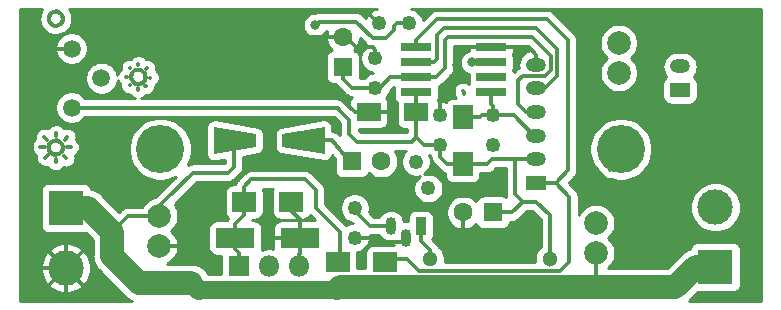
<source format=gbr>
G04 #@! TF.GenerationSoftware,KiCad,Pcbnew,5.1.5+dfsg1-2build2*
G04 #@! TF.CreationDate,2022-05-23T14:10:05+02:00*
G04 #@! TF.ProjectId,wy__cznik zmierzchowy wersja II,77794205-637a-46e6-996b-207a6d696572,rev?*
G04 #@! TF.SameCoordinates,Original*
G04 #@! TF.FileFunction,Copper,L1,Top*
G04 #@! TF.FilePolarity,Positive*
%FSLAX46Y46*%
G04 Gerber Fmt 4.6, Leading zero omitted, Abs format (unit mm)*
G04 Created by KiCad (PCBNEW 5.1.5+dfsg1-2build2) date 2022-05-23 14:10:05*
%MOMM*%
%LPD*%
G04 APERTURE LIST*
%ADD10R,2.000000X1.600000*%
%ADD11C,1.250000*%
%ADD12R,1.600000X1.600000*%
%ADD13C,1.600000*%
%ADD14C,0.100000*%
%ADD15R,3.300000X1.700000*%
%ADD16R,1.700000X1.200000*%
%ADD17O,1.700000X1.200000*%
%ADD18C,1.300000*%
%ADD19O,1.300000X1.300000*%
%ADD20R,1.700000X2.000000*%
%ADD21R,2.000000X1.700000*%
%ADD22C,1.500000*%
%ADD23R,2.550000X0.700000*%
%ADD24R,2.500000X0.700000*%
%ADD25O,0.900000X1.500000*%
%ADD26R,0.900000X1.500000*%
%ADD27R,3.000000X3.000000*%
%ADD28C,3.000000*%
%ADD29R,1.800000X1.800000*%
%ADD30O,1.800000X1.800000*%
%ADD31R,12.000000X1.500000*%
%ADD32C,2.000000*%
%ADD33C,4.064000*%
%ADD34C,0.800000*%
%ADD35C,0.300000*%
%ADD36C,1.500000*%
%ADD37C,1.700000*%
%ADD38C,2.000000*%
%ADD39C,0.254000*%
G04 APERTURE END LIST*
D10*
X50641000Y-22860000D03*
X46641000Y-22860000D03*
D11*
X57150000Y-23114000D03*
X57150000Y-25614000D03*
D12*
X45212000Y-27051000D03*
D13*
X47712000Y-27051000D03*
D11*
X45466000Y-30988000D03*
X45466000Y-33488000D03*
X51689000Y-29337000D03*
X50632454Y-27071231D03*
X52705000Y-25654000D03*
X52705000Y-23154000D03*
D12*
X57150000Y-31369000D03*
D13*
X54650000Y-31369000D03*
D11*
X47200000Y-20800000D03*
X47200000Y-18300000D03*
D12*
X44450000Y-19050000D03*
D13*
X44450000Y-16550000D03*
D11*
X50038000Y-15367000D03*
X47538000Y-15367000D03*
G04 #@! TA.AperFunction,SMDPad,CuDef*
D14*
G36*
X42927000Y-24123000D02*
G01*
X42927000Y-26423000D01*
X39327000Y-25823000D01*
X39327000Y-24723000D01*
X42927000Y-24123000D01*
G37*
G04 #@! TD.AperFunction*
G04 #@! TA.AperFunction,SMDPad,CuDef*
G36*
X33527000Y-26423000D02*
G01*
X33527000Y-24123000D01*
X37127000Y-24723000D01*
X37127000Y-25823000D01*
X33527000Y-26423000D01*
G37*
G04 #@! TD.AperFunction*
D15*
X35350000Y-33528000D03*
X40850000Y-33528000D03*
D16*
X73000000Y-21000000D03*
D17*
X73000000Y-19000000D03*
D18*
X61976000Y-35306000D03*
D19*
X51816000Y-35306000D03*
D20*
X54610000Y-27273000D03*
X54610000Y-23273000D03*
D21*
X44000000Y-35600000D03*
X48000000Y-35600000D03*
D22*
X24000000Y-20000000D03*
X21500000Y-22500000D03*
X21500000Y-17500000D03*
D23*
X57023000Y-21209000D03*
X57023000Y-19939000D03*
X57023000Y-18669000D03*
D24*
X57023000Y-17399000D03*
D23*
X50673000Y-17399000D03*
X50673000Y-18669000D03*
X50673000Y-19939000D03*
X50673000Y-21209000D03*
D25*
X49800000Y-33500000D03*
X48514000Y-32512000D03*
D26*
X51054000Y-32512000D03*
D27*
X21000000Y-31000000D03*
D28*
X21000000Y-36080000D03*
D27*
X76000000Y-36000000D03*
D28*
X76000000Y-30920000D03*
D29*
X35687000Y-35941000D03*
D30*
X38227000Y-35941000D03*
X40767000Y-35941000D03*
D16*
X60813000Y-28852000D03*
D17*
X60813000Y-26852000D03*
X60813000Y-24852000D03*
X60813000Y-22852000D03*
X60813000Y-20852000D03*
X60813000Y-18852000D03*
D21*
X36100000Y-30480000D03*
X40100000Y-30480000D03*
D31*
X38227000Y-37973000D03*
D32*
X67818000Y-19558000D03*
X67818000Y-17018000D03*
X65900000Y-34800000D03*
X65900000Y-32260000D03*
X28900000Y-34200000D03*
X28900000Y-31660000D03*
D33*
X29000000Y-26000000D03*
X68000000Y-26000000D03*
D34*
X77470000Y-20574000D03*
X33890000Y-15310000D03*
X25000000Y-17000000D03*
X40000000Y-19200000D03*
X54102000Y-18900000D03*
X56400000Y-35000000D03*
X31700000Y-29600000D03*
X31700000Y-34000000D03*
X53340000Y-21082000D03*
X49276000Y-29337000D03*
X42100000Y-15500000D03*
X55372000Y-18669000D03*
D35*
X20070000Y-14380000D02*
X20080000Y-14370000D01*
X20040000Y-14380000D02*
X19980000Y-14380000D01*
X20050000Y-14370000D02*
X20040000Y-14380000D01*
X20140000Y-14370000D02*
X20050000Y-14370000D01*
X20160000Y-14350000D02*
X20140000Y-14370000D01*
X20200000Y-14350000D02*
X20160000Y-14350000D01*
X20290000Y-14350000D02*
X20200000Y-14350000D01*
X20340000Y-14400000D02*
X20290000Y-14350000D01*
X20390000Y-14400000D02*
X20340000Y-14400000D01*
X20440000Y-14450000D02*
X20390000Y-14400000D01*
X20470000Y-14450000D02*
X20440000Y-14450000D01*
X20530000Y-14510000D02*
X20470000Y-14450000D01*
X20540000Y-14510000D02*
X20530000Y-14510000D01*
X20580000Y-14550000D02*
X20540000Y-14510000D01*
X20590000Y-14550000D02*
X20580000Y-14550000D01*
X20630000Y-14590000D02*
X20590000Y-14550000D01*
X20630000Y-14600000D02*
X20630000Y-14590000D01*
X20690000Y-14660000D02*
X20630000Y-14600000D01*
X20690000Y-14700000D02*
X20690000Y-14660000D01*
X20710000Y-14720000D02*
X20690000Y-14700000D01*
X20710000Y-14780000D02*
X20710000Y-14720000D01*
X20730000Y-14800000D02*
X20710000Y-14780000D01*
X20730000Y-14930000D02*
X20730000Y-14800000D01*
X20760000Y-14960000D02*
X20730000Y-14930000D01*
X20760000Y-14990000D02*
X20760000Y-14960000D01*
X20770000Y-15000000D02*
X20760000Y-14990000D01*
X20770000Y-15050000D02*
X20770000Y-15000000D01*
X20730000Y-15090000D02*
X20770000Y-15050000D01*
X20730000Y-15150000D02*
X20730000Y-15090000D01*
X20700000Y-15180000D02*
X20730000Y-15150000D01*
X20700000Y-15260000D02*
X20700000Y-15180000D01*
X20660000Y-15300000D02*
X20700000Y-15260000D01*
X20660000Y-15310000D02*
X20660000Y-15300000D01*
X20610000Y-15360000D02*
X20660000Y-15310000D01*
X20610000Y-15370000D02*
X20610000Y-15360000D01*
X20550000Y-15430000D02*
X20610000Y-15370000D01*
X20490000Y-15430000D02*
X20550000Y-15430000D01*
X20440000Y-15480000D02*
X20490000Y-15430000D01*
X20400000Y-15480000D02*
X20440000Y-15480000D01*
X20360000Y-15520000D02*
X20400000Y-15480000D01*
X20300000Y-15520000D02*
X20360000Y-15520000D01*
X20280000Y-15540000D02*
X20300000Y-15520000D01*
X20210000Y-15540000D02*
X20280000Y-15540000D01*
X20200000Y-15550000D02*
X20210000Y-15540000D01*
X20140000Y-15550000D02*
X20200000Y-15550000D01*
X20110000Y-15550000D02*
X20140000Y-15550000D01*
X20040000Y-15550000D02*
X20110000Y-15550000D01*
X20030000Y-15540000D02*
X20040000Y-15550000D01*
X19970000Y-15540000D02*
X20030000Y-15540000D01*
X19940000Y-15510000D02*
X19970000Y-15540000D01*
X19890000Y-15510000D02*
X19940000Y-15510000D01*
X19870000Y-15490000D02*
X19890000Y-15510000D01*
X19840000Y-15490000D02*
X19870000Y-15490000D01*
X19730000Y-15380000D02*
X19840000Y-15490000D01*
X19730000Y-15360000D02*
X19730000Y-15380000D01*
X19670000Y-15300000D02*
X19730000Y-15360000D01*
X19670000Y-15290000D02*
X19670000Y-15300000D01*
X19620000Y-15240000D02*
X19670000Y-15290000D01*
X19620000Y-15200000D02*
X19620000Y-15240000D01*
X19590000Y-15170000D02*
X19620000Y-15200000D01*
X19590000Y-15130000D02*
X19590000Y-15170000D01*
X19560000Y-15100000D02*
X19590000Y-15130000D01*
X19560000Y-15020000D02*
X19560000Y-15100000D01*
X19550000Y-15010000D02*
X19560000Y-15020000D01*
X19550000Y-14950000D02*
X19550000Y-15010000D01*
X19560000Y-14940000D02*
X19550000Y-14950000D01*
X19560000Y-14830000D02*
X19560000Y-14940000D01*
X19590000Y-14800000D02*
X19560000Y-14830000D01*
X19590000Y-14730000D02*
X19590000Y-14800000D01*
X19620000Y-14700000D02*
X19590000Y-14730000D01*
X19620000Y-14660000D02*
X19620000Y-14700000D01*
X19650000Y-14630000D02*
X19620000Y-14660000D01*
X19650000Y-14600000D02*
X19650000Y-14630000D01*
X19730000Y-14520000D02*
X19650000Y-14600000D01*
X19730000Y-14510000D02*
X19730000Y-14520000D01*
X19780000Y-14460000D02*
X19730000Y-14510000D01*
X19820000Y-14460000D02*
X19780000Y-14460000D01*
X19890000Y-14390000D02*
X19820000Y-14460000D01*
X19990000Y-14390000D02*
X19890000Y-14390000D01*
X20010000Y-14370000D02*
X19990000Y-14390000D01*
X20080000Y-14370000D02*
X20010000Y-14370000D01*
X20190000Y-24900000D02*
X20180000Y-24890000D01*
X20180000Y-24890000D02*
X20180000Y-24650000D01*
X19470000Y-26520000D02*
X19260000Y-26730000D01*
X19260000Y-26730000D02*
X19250000Y-26730000D01*
X27735000Y-20635000D02*
X27765000Y-20665000D01*
X27765000Y-20665000D02*
X27775000Y-20665000D01*
X26465000Y-19155000D02*
X26425000Y-19115000D01*
X26440000Y-20580000D02*
X26420000Y-20600000D01*
X26420000Y-20600000D02*
X26400000Y-20600000D01*
X27820000Y-19210000D02*
X27880000Y-19150000D01*
X28100000Y-19950000D02*
X28160000Y-19950000D01*
X26200000Y-19890000D02*
X26190000Y-19900000D01*
X26190000Y-19900000D02*
X26130000Y-19900000D01*
X27120000Y-20870000D02*
X27120000Y-20980000D01*
X27140000Y-18890000D02*
X27140000Y-18810000D01*
X27060000Y-19310000D02*
X26990000Y-19310000D01*
X26990000Y-19310000D02*
X26970000Y-19330000D01*
X26970000Y-19330000D02*
X26870000Y-19330000D01*
X26870000Y-19330000D02*
X26800000Y-19400000D01*
X26800000Y-19400000D02*
X26760000Y-19400000D01*
X26760000Y-19400000D02*
X26710000Y-19450000D01*
X26710000Y-19450000D02*
X26710000Y-19460000D01*
X26710000Y-19460000D02*
X26630000Y-19540000D01*
X26630000Y-19540000D02*
X26630000Y-19570000D01*
X26630000Y-19570000D02*
X26600000Y-19600000D01*
X26600000Y-19600000D02*
X26600000Y-19640000D01*
X26600000Y-19640000D02*
X26570000Y-19670000D01*
X26570000Y-19670000D02*
X26570000Y-19740000D01*
X26570000Y-19740000D02*
X26540000Y-19770000D01*
X26540000Y-19770000D02*
X26540000Y-19880000D01*
X26540000Y-19880000D02*
X26530000Y-19890000D01*
X26530000Y-19890000D02*
X26530000Y-19950000D01*
X26530000Y-19950000D02*
X26540000Y-19960000D01*
X26540000Y-19960000D02*
X26540000Y-20040000D01*
X26540000Y-20040000D02*
X26570000Y-20070000D01*
X26570000Y-20070000D02*
X26570000Y-20110000D01*
X26570000Y-20110000D02*
X26600000Y-20140000D01*
X26600000Y-20140000D02*
X26600000Y-20180000D01*
X26600000Y-20180000D02*
X26650000Y-20230000D01*
X26650000Y-20230000D02*
X26650000Y-20240000D01*
X26650000Y-20240000D02*
X26710000Y-20300000D01*
X26710000Y-20300000D02*
X26710000Y-20320000D01*
X26710000Y-20320000D02*
X26820000Y-20430000D01*
X26820000Y-20430000D02*
X26850000Y-20430000D01*
X26850000Y-20430000D02*
X26870000Y-20450000D01*
X26870000Y-20450000D02*
X26920000Y-20450000D01*
X26920000Y-20450000D02*
X26950000Y-20480000D01*
X26950000Y-20480000D02*
X27010000Y-20480000D01*
X27010000Y-20480000D02*
X27020000Y-20490000D01*
X27020000Y-20490000D02*
X27090000Y-20490000D01*
X27090000Y-20490000D02*
X27120000Y-20490000D01*
X27120000Y-20490000D02*
X27180000Y-20490000D01*
X27180000Y-20490000D02*
X27190000Y-20480000D01*
X27190000Y-20480000D02*
X27260000Y-20480000D01*
X27260000Y-20480000D02*
X27280000Y-20460000D01*
X27280000Y-20460000D02*
X27340000Y-20460000D01*
X27340000Y-20460000D02*
X27380000Y-20420000D01*
X27380000Y-20420000D02*
X27420000Y-20420000D01*
X27420000Y-20420000D02*
X27470000Y-20370000D01*
X27470000Y-20370000D02*
X27530000Y-20370000D01*
X27530000Y-20370000D02*
X27590000Y-20310000D01*
X27590000Y-20310000D02*
X27590000Y-20300000D01*
X27590000Y-20300000D02*
X27640000Y-20250000D01*
X27640000Y-20250000D02*
X27640000Y-20240000D01*
X27640000Y-20240000D02*
X27680000Y-20200000D01*
X27680000Y-20200000D02*
X27680000Y-20120000D01*
X27680000Y-20120000D02*
X27710000Y-20090000D01*
X27710000Y-20090000D02*
X27710000Y-20030000D01*
X27710000Y-20030000D02*
X27750000Y-19990000D01*
X27750000Y-19990000D02*
X27750000Y-19940000D01*
X27750000Y-19940000D02*
X27740000Y-19930000D01*
X27740000Y-19930000D02*
X27740000Y-19900000D01*
X27740000Y-19900000D02*
X27710000Y-19870000D01*
X27710000Y-19870000D02*
X27710000Y-19740000D01*
X27710000Y-19740000D02*
X27690000Y-19720000D01*
X27690000Y-19720000D02*
X27690000Y-19660000D01*
X27690000Y-19660000D02*
X27670000Y-19640000D01*
X27670000Y-19640000D02*
X27670000Y-19600000D01*
X27670000Y-19600000D02*
X27610000Y-19540000D01*
X27610000Y-19540000D02*
X27610000Y-19530000D01*
X27610000Y-19530000D02*
X27570000Y-19490000D01*
X27570000Y-19490000D02*
X27560000Y-19490000D01*
X27560000Y-19490000D02*
X27520000Y-19450000D01*
X27520000Y-19450000D02*
X27510000Y-19450000D01*
X27510000Y-19450000D02*
X27450000Y-19390000D01*
X27450000Y-19390000D02*
X27420000Y-19390000D01*
X27420000Y-19390000D02*
X27370000Y-19340000D01*
X27370000Y-19340000D02*
X27320000Y-19340000D01*
X27320000Y-19340000D02*
X27270000Y-19290000D01*
X27270000Y-19290000D02*
X27180000Y-19290000D01*
X27180000Y-19290000D02*
X27140000Y-19290000D01*
X27140000Y-19290000D02*
X27120000Y-19310000D01*
X27120000Y-19310000D02*
X27030000Y-19310000D01*
X27030000Y-19310000D02*
X27020000Y-19320000D01*
X27020000Y-19320000D02*
X26960000Y-19320000D01*
X27050000Y-19320000D02*
X27060000Y-19310000D01*
X19420000Y-25200000D02*
X19190000Y-24970000D01*
X20900000Y-25190000D02*
X21110000Y-24980000D01*
X21110000Y-24980000D02*
X21120000Y-24980000D01*
X21030000Y-26780000D02*
X20860000Y-26610000D01*
X21020000Y-26780000D02*
X21030000Y-26780000D01*
X20860000Y-26610000D02*
X20850000Y-26610000D01*
X18850000Y-25800000D02*
X18860000Y-25810000D01*
X18860000Y-25810000D02*
X19200000Y-25810000D01*
X20150000Y-27100000D02*
X20150000Y-26830000D01*
X21400000Y-25840000D02*
X21380000Y-25860000D01*
X21380000Y-25860000D02*
X21100000Y-25860000D01*
X20060000Y-25290000D02*
X20070000Y-25280000D01*
X20030000Y-25290000D02*
X19970000Y-25290000D01*
X20040000Y-25280000D02*
X20030000Y-25290000D01*
X20130000Y-25280000D02*
X20040000Y-25280000D01*
X20150000Y-25260000D02*
X20130000Y-25280000D01*
X20190000Y-25260000D02*
X20150000Y-25260000D01*
X20280000Y-25260000D02*
X20190000Y-25260000D01*
X20330000Y-25310000D02*
X20280000Y-25260000D01*
X20380000Y-25310000D02*
X20330000Y-25310000D01*
X20430000Y-25360000D02*
X20380000Y-25310000D01*
X20460000Y-25360000D02*
X20430000Y-25360000D01*
X20520000Y-25420000D02*
X20460000Y-25360000D01*
X20530000Y-25420000D02*
X20520000Y-25420000D01*
X20570000Y-25460000D02*
X20530000Y-25420000D01*
X20580000Y-25460000D02*
X20570000Y-25460000D01*
X20620000Y-25500000D02*
X20580000Y-25460000D01*
X20620000Y-25510000D02*
X20620000Y-25500000D01*
X20680000Y-25570000D02*
X20620000Y-25510000D01*
X20680000Y-25610000D02*
X20680000Y-25570000D01*
X20700000Y-25630000D02*
X20680000Y-25610000D01*
X20700000Y-25690000D02*
X20700000Y-25630000D01*
X20720000Y-25710000D02*
X20700000Y-25690000D01*
X20720000Y-25840000D02*
X20720000Y-25710000D01*
X20750000Y-25870000D02*
X20720000Y-25840000D01*
X20750000Y-25900000D02*
X20750000Y-25870000D01*
X20760000Y-25910000D02*
X20750000Y-25900000D01*
X20760000Y-25960000D02*
X20760000Y-25910000D01*
X20720000Y-26000000D02*
X20760000Y-25960000D01*
X20720000Y-26060000D02*
X20720000Y-26000000D01*
X20690000Y-26090000D02*
X20720000Y-26060000D01*
X20690000Y-26170000D02*
X20690000Y-26090000D01*
X20650000Y-26210000D02*
X20690000Y-26170000D01*
X20650000Y-26220000D02*
X20650000Y-26210000D01*
X20600000Y-26270000D02*
X20650000Y-26220000D01*
X20600000Y-26280000D02*
X20600000Y-26270000D01*
X20540000Y-26340000D02*
X20600000Y-26280000D01*
X20480000Y-26340000D02*
X20540000Y-26340000D01*
X20430000Y-26390000D02*
X20480000Y-26340000D01*
X20390000Y-26390000D02*
X20430000Y-26390000D01*
X20350000Y-26430000D02*
X20390000Y-26390000D01*
X20290000Y-26430000D02*
X20350000Y-26430000D01*
X20270000Y-26450000D02*
X20290000Y-26430000D01*
X20200000Y-26450000D02*
X20270000Y-26450000D01*
X20190000Y-26460000D02*
X20200000Y-26450000D01*
X20130000Y-26460000D02*
X20190000Y-26460000D01*
X20100000Y-26460000D02*
X20130000Y-26460000D01*
X20030000Y-26460000D02*
X20100000Y-26460000D01*
X20020000Y-26450000D02*
X20030000Y-26460000D01*
X19960000Y-26450000D02*
X20020000Y-26450000D01*
X19930000Y-26420000D02*
X19960000Y-26450000D01*
X19880000Y-26420000D02*
X19930000Y-26420000D01*
X19860000Y-26400000D02*
X19880000Y-26420000D01*
X19830000Y-26400000D02*
X19860000Y-26400000D01*
X19720000Y-26290000D02*
X19830000Y-26400000D01*
X19720000Y-26270000D02*
X19720000Y-26290000D01*
X19660000Y-26210000D02*
X19720000Y-26270000D01*
X19660000Y-26200000D02*
X19660000Y-26210000D01*
X19610000Y-26150000D02*
X19660000Y-26200000D01*
X19610000Y-26110000D02*
X19610000Y-26150000D01*
X19580000Y-26080000D02*
X19610000Y-26110000D01*
X19580000Y-26040000D02*
X19580000Y-26080000D01*
X19550000Y-26010000D02*
X19580000Y-26040000D01*
X19550000Y-25930000D02*
X19550000Y-26010000D01*
X19540000Y-25920000D02*
X19550000Y-25930000D01*
X19540000Y-25860000D02*
X19540000Y-25920000D01*
X19550000Y-25850000D02*
X19540000Y-25860000D01*
X19550000Y-25740000D02*
X19550000Y-25850000D01*
X19580000Y-25710000D02*
X19550000Y-25740000D01*
X19580000Y-25640000D02*
X19580000Y-25710000D01*
X19610000Y-25610000D02*
X19580000Y-25640000D01*
X19610000Y-25570000D02*
X19610000Y-25610000D01*
X19640000Y-25540000D02*
X19610000Y-25570000D01*
X19640000Y-25510000D02*
X19640000Y-25540000D01*
X19720000Y-25430000D02*
X19640000Y-25510000D01*
X19720000Y-25420000D02*
X19720000Y-25430000D01*
X19770000Y-25370000D02*
X19720000Y-25420000D01*
X19810000Y-25370000D02*
X19770000Y-25370000D01*
X19880000Y-25300000D02*
X19810000Y-25370000D01*
X19980000Y-25300000D02*
X19880000Y-25300000D01*
X20000000Y-25280000D02*
X19980000Y-25300000D01*
X20070000Y-25280000D02*
X20000000Y-25280000D01*
X54737000Y-21209000D02*
X54737000Y-21336000D01*
X54610000Y-21082000D02*
X54737000Y-21209000D01*
X29320000Y-26760000D02*
X30580000Y-26760000D01*
X28640000Y-27440000D02*
X29320000Y-26760000D01*
X69200000Y-25700000D02*
X67100000Y-27800000D01*
X45620000Y-25370000D02*
X45000000Y-24750000D01*
X45800000Y-25370000D02*
X45620000Y-25370000D01*
X50322000Y-25370000D02*
X45800000Y-25370000D01*
X50673000Y-25019000D02*
X50322000Y-25370000D01*
X25500000Y-22500000D02*
X30000000Y-22500000D01*
X30000000Y-22500000D02*
X32250000Y-22500000D01*
X32250000Y-22500000D02*
X43000000Y-22500000D01*
X25500000Y-22500000D02*
X21500000Y-22500000D01*
X44000000Y-22500000D02*
X43000000Y-22500000D01*
X44250000Y-22750000D02*
X44000000Y-22500000D01*
X45000000Y-23500000D02*
X44250000Y-22750000D01*
X45000000Y-24750000D02*
X45000000Y-23500000D01*
X21500000Y-22500000D02*
X21490000Y-22510000D01*
X21240000Y-22760000D02*
X21500000Y-22500000D01*
X52705000Y-25654000D02*
X51308000Y-25654000D01*
X50673000Y-25019000D02*
X50673000Y-23876000D01*
X51308000Y-25654000D02*
X50673000Y-25019000D01*
X52705000Y-25654000D02*
X52705000Y-26670000D01*
X53308000Y-27273000D02*
X54610000Y-27273000D01*
X52705000Y-26670000D02*
X53308000Y-27273000D01*
X57150000Y-31369000D02*
X58801000Y-31369000D01*
X58801000Y-31369000D02*
X59690000Y-30480000D01*
X61976000Y-35306000D02*
X61976000Y-34544000D01*
X61976000Y-31623000D02*
X60833000Y-30480000D01*
X60833000Y-30480000D02*
X59690000Y-30480000D01*
X59690000Y-30480000D02*
X59055000Y-29845000D01*
X59055000Y-29845000D02*
X59055000Y-26852000D01*
X61976000Y-34544000D02*
X61976000Y-31623000D01*
X50673000Y-23876000D02*
X50673000Y-22892000D01*
X50673000Y-22892000D02*
X50641000Y-22860000D01*
X60813000Y-26852000D02*
X59055000Y-26852000D01*
X59055000Y-26852000D02*
X57095000Y-26852000D01*
X57095000Y-26852000D02*
X56674000Y-27273000D01*
X56674000Y-27273000D02*
X54610000Y-27273000D01*
X50641000Y-22860000D02*
X50641000Y-21241000D01*
X50641000Y-21241000D02*
X50673000Y-21209000D01*
X60813000Y-26852000D02*
X60126000Y-26852000D01*
X77470000Y-24384000D02*
X76200000Y-25654000D01*
X77470000Y-20574000D02*
X77470000Y-24384000D01*
X33890000Y-15310000D02*
X33830000Y-15250000D01*
X34180000Y-15600000D02*
X36300000Y-15600000D01*
X37500000Y-14400000D02*
X36300000Y-15600000D01*
X38800000Y-14400000D02*
X37500000Y-14400000D01*
X33890000Y-15310000D02*
X34180000Y-15600000D01*
X26750000Y-15250000D02*
X25000000Y-17000000D01*
X28250000Y-15250000D02*
X26750000Y-15250000D01*
X33830000Y-15250000D02*
X28250000Y-15250000D01*
X49000000Y-33909000D02*
X49391000Y-33909000D01*
X49391000Y-33909000D02*
X49800000Y-33500000D01*
X57023000Y-17399000D02*
X54701000Y-17399000D01*
X54701000Y-17399000D02*
X54102000Y-17998000D01*
X54102000Y-17998000D02*
X54102000Y-18900000D01*
X54102000Y-18900000D02*
X54102000Y-20320000D01*
X47200000Y-18300000D02*
X47200000Y-17600000D01*
X45600000Y-17400000D02*
X44750000Y-16550000D01*
X46700000Y-17400000D02*
X45600000Y-17400000D01*
X47000000Y-17400000D02*
X46700000Y-17400000D01*
X47200000Y-17600000D02*
X47000000Y-17400000D01*
X28900000Y-34200000D02*
X30600000Y-34200000D01*
X30800000Y-34000000D02*
X31700000Y-34000000D01*
X30600000Y-34200000D02*
X30800000Y-34000000D01*
X21000000Y-36080000D02*
X21000000Y-36100000D01*
X21000000Y-36100000D02*
X22800000Y-37900000D01*
X21000000Y-36080000D02*
X21020000Y-36080000D01*
X21020000Y-36080000D02*
X23000000Y-34100000D01*
X21000000Y-36080000D02*
X21000000Y-38400000D01*
X21000000Y-36100000D02*
X19300000Y-37800000D01*
X21000000Y-36080000D02*
X18427000Y-36080000D01*
X19530000Y-17500000D02*
X19330000Y-17500000D01*
X18161000Y-35814000D02*
X18427000Y-36080000D01*
X18161000Y-18669000D02*
X18161000Y-35814000D01*
X19330000Y-17500000D02*
X18161000Y-18669000D01*
X21500000Y-17500000D02*
X19530000Y-17500000D01*
X21000000Y-36080000D02*
X20980000Y-36080000D01*
X20980000Y-36080000D02*
X19000000Y-34100000D01*
X21000000Y-36080000D02*
X21000000Y-33600000D01*
X21000000Y-33600000D02*
X20900000Y-33500000D01*
X47538000Y-15367000D02*
X47467000Y-15367000D01*
X47467000Y-15367000D02*
X46500000Y-14400000D01*
X46500000Y-14400000D02*
X38800000Y-14400000D01*
X38800000Y-14400000D02*
X38800000Y-14400000D01*
X46641000Y-22860000D02*
X48440000Y-22860000D01*
X48440000Y-22860000D02*
X48500000Y-22800000D01*
X54650000Y-31369000D02*
X54650000Y-33250000D01*
X54650000Y-33250000D02*
X56400000Y-35000000D01*
X40850000Y-33528000D02*
X38628000Y-33528000D01*
X38100000Y-33000000D02*
X38100000Y-30700000D01*
X38628000Y-33528000D02*
X38100000Y-33000000D01*
X46641000Y-22860000D02*
X45460000Y-22860000D01*
X45460000Y-22860000D02*
X43900000Y-21300000D01*
X43900000Y-21300000D02*
X42800000Y-21300000D01*
X42800000Y-21300000D02*
X40700000Y-19200000D01*
X40700000Y-19200000D02*
X40000000Y-19200000D01*
X44750000Y-16550000D02*
X44450000Y-16550000D01*
X44450000Y-16550000D02*
X40450000Y-16550000D01*
X40450000Y-16550000D02*
X40000000Y-17000000D01*
X40000000Y-17000000D02*
X40000000Y-19200000D01*
X31700000Y-34000000D02*
X31700000Y-29600000D01*
X54102000Y-20320000D02*
X53340000Y-21082000D01*
X52705000Y-23154000D02*
X52705000Y-21717000D01*
X54102000Y-20320000D02*
X52705000Y-21717000D01*
X45466000Y-33488000D02*
X47077000Y-33488000D01*
X49403000Y-33909000D02*
X49784000Y-33528000D01*
X47498000Y-33909000D02*
X49000000Y-33909000D01*
X49000000Y-33909000D02*
X49403000Y-33909000D01*
X47077000Y-33488000D02*
X47498000Y-33909000D01*
X49784000Y-33528000D02*
X49784000Y-33020000D01*
X40100000Y-30480000D02*
X40100000Y-31210000D01*
X40100000Y-31210000D02*
X40850000Y-31960000D01*
X40850000Y-31960000D02*
X40850000Y-33528000D01*
X40850000Y-33528000D02*
X40850000Y-34842000D01*
X40767000Y-34925000D02*
X40767000Y-35941000D01*
X40850000Y-34842000D02*
X40767000Y-34925000D01*
X60813000Y-18852000D02*
X60813000Y-18014000D01*
X60198000Y-17399000D02*
X57023000Y-17399000D01*
X60813000Y-18014000D02*
X60198000Y-17399000D01*
X54610000Y-23273000D02*
X56102000Y-23273000D01*
X56261000Y-23114000D02*
X57150000Y-23114000D01*
X56102000Y-23273000D02*
X56261000Y-23114000D01*
X60813000Y-24852000D02*
X60666000Y-24852000D01*
X60666000Y-24852000D02*
X58928000Y-23114000D01*
X58928000Y-23114000D02*
X57150000Y-23114000D01*
X57023000Y-21209000D02*
X57023000Y-22225000D01*
X57150000Y-22352000D02*
X57150000Y-23114000D01*
X57023000Y-22225000D02*
X57150000Y-22352000D01*
X57023000Y-21209000D02*
X57404000Y-21209000D01*
X48514000Y-32512000D02*
X46736000Y-32512000D01*
X46736000Y-32512000D02*
X45466000Y-31242000D01*
X45466000Y-31242000D02*
X45466000Y-30988000D01*
X45212000Y-27051000D02*
X44958000Y-27051000D01*
X44958000Y-27051000D02*
X43561000Y-25273000D01*
X43561000Y-25273000D02*
X41127000Y-25273000D01*
X51054000Y-32512000D02*
X51054000Y-33782000D01*
X51816000Y-34544000D02*
X51816000Y-35306000D01*
X51054000Y-33782000D02*
X51816000Y-34544000D01*
X47200000Y-20800000D02*
X46400000Y-20800000D01*
X44450000Y-19050000D02*
X44450000Y-20050000D01*
X45200000Y-20800000D02*
X46400000Y-20800000D01*
X46400000Y-20800000D02*
X47600000Y-20800000D01*
X44450000Y-20050000D02*
X45200000Y-20800000D01*
X50673000Y-19939000D02*
X48461000Y-19939000D01*
X48461000Y-19939000D02*
X47600000Y-20800000D01*
X44450000Y-19050000D02*
X44450000Y-19250000D01*
X47639000Y-20839000D02*
X47600000Y-20800000D01*
X60813000Y-22852000D02*
X59936000Y-22852000D01*
X52324000Y-19939000D02*
X50673000Y-19939000D01*
X53086000Y-19177000D02*
X52324000Y-19939000D01*
X53086000Y-16764000D02*
X53086000Y-19177000D01*
X53340000Y-16510000D02*
X53086000Y-16764000D01*
X60452000Y-16510000D02*
X53340000Y-16510000D01*
X62103000Y-18161000D02*
X60452000Y-16510000D01*
X62103000Y-19304000D02*
X62103000Y-18161000D01*
X61595000Y-19812000D02*
X62103000Y-19304000D01*
X59690000Y-19812000D02*
X61595000Y-19812000D01*
X59309000Y-20193000D02*
X59690000Y-19812000D01*
X59309000Y-22225000D02*
X59309000Y-20193000D01*
X59936000Y-22852000D02*
X59309000Y-22225000D01*
X50038000Y-15367000D02*
X49033000Y-15367000D01*
X48800000Y-15600000D02*
X49033000Y-15367000D01*
X48800000Y-15900000D02*
X48800000Y-15600000D01*
X48100000Y-16600000D02*
X48800000Y-15900000D01*
X47000000Y-16600000D02*
X48100000Y-16600000D01*
X45600000Y-15200000D02*
X47000000Y-16600000D01*
X42400000Y-15200000D02*
X45600000Y-15200000D01*
X42100000Y-15500000D02*
X42400000Y-15200000D01*
X50038000Y-15367000D02*
X49657000Y-15367000D01*
X55372000Y-18669000D02*
X57023000Y-18669000D01*
X28900000Y-30850000D02*
X29500000Y-30250000D01*
X31750000Y-28000000D02*
X29500000Y-30250000D01*
X34750000Y-28000000D02*
X31750000Y-28000000D01*
X35250000Y-27500000D02*
X34750000Y-28000000D01*
X35250000Y-27500000D02*
X35250000Y-25350000D01*
X28900000Y-30850000D02*
X28900000Y-31660000D01*
X35327000Y-25273000D02*
X35250000Y-25350000D01*
X29500000Y-31060000D02*
X28900000Y-31660000D01*
X28970000Y-31590000D02*
X28900000Y-31660000D01*
X65900000Y-34800000D02*
X65900000Y-36500000D01*
X65900000Y-36700000D02*
X65900000Y-37719000D01*
X65900000Y-36500000D02*
X65900000Y-36700000D01*
X65900000Y-37719000D02*
X65900000Y-37200000D01*
X65900000Y-37200000D02*
X65900000Y-37719000D01*
X28900000Y-31660000D02*
X26252000Y-31660000D01*
X26252000Y-31660000D02*
X24892000Y-33020000D01*
D36*
X38227000Y-37973000D02*
X32258000Y-37973000D01*
D37*
X32258000Y-37973000D02*
X31623000Y-37338000D01*
D38*
X22872000Y-31000000D02*
X21000000Y-31000000D01*
X24892000Y-33020000D02*
X22872000Y-31000000D01*
X24892000Y-35052000D02*
X24892000Y-33020000D01*
X27178000Y-37338000D02*
X24892000Y-35052000D01*
X31623000Y-37338000D02*
X27178000Y-37338000D01*
D36*
X38227000Y-37973000D02*
X43942000Y-37973000D01*
D37*
X43942000Y-37973000D02*
X44196000Y-37719000D01*
D38*
X44196000Y-37719000D02*
X65900000Y-37719000D01*
X65900000Y-37719000D02*
X72612000Y-37719000D01*
X72612000Y-37719000D02*
X74331000Y-36000000D01*
X74331000Y-36000000D02*
X76000000Y-36000000D01*
X76000000Y-36000000D02*
X76000000Y-36014000D01*
D35*
X21033000Y-30967000D02*
X21000000Y-31000000D01*
X44228000Y-33052000D02*
X44228000Y-35372000D01*
X44228000Y-35372000D02*
X44000000Y-35600000D01*
X44228000Y-35306000D02*
X44228000Y-33052000D01*
X36100000Y-29178000D02*
X36100000Y-30480000D01*
X36703000Y-28575000D02*
X36100000Y-29178000D01*
X41275000Y-28575000D02*
X36703000Y-28575000D01*
X42164000Y-29464000D02*
X41275000Y-28575000D01*
X42164000Y-30988000D02*
X42164000Y-29464000D01*
X44228000Y-33052000D02*
X42164000Y-30988000D01*
X35350000Y-33528000D02*
X35350000Y-34461000D01*
X35687000Y-34798000D02*
X35687000Y-35941000D01*
X35350000Y-34461000D02*
X35687000Y-34798000D01*
X36100000Y-30480000D02*
X36100000Y-31591000D01*
X36100000Y-31591000D02*
X35350000Y-32341000D01*
X35350000Y-32341000D02*
X35350000Y-33528000D01*
X49900000Y-35306000D02*
X48294000Y-35306000D01*
X48294000Y-35306000D02*
X48000000Y-35600000D01*
X48228000Y-35306000D02*
X49900000Y-35306000D01*
X49900000Y-35306000D02*
X49911000Y-35306000D01*
X63627000Y-30018000D02*
X62461000Y-28852000D01*
X63627000Y-35560000D02*
X63627000Y-30018000D01*
X62865000Y-36322000D02*
X63627000Y-35560000D01*
X50927000Y-36322000D02*
X62865000Y-36322000D01*
X49911000Y-35306000D02*
X50927000Y-36322000D01*
X60813000Y-28852000D02*
X62461000Y-28852000D01*
X50673000Y-16764000D02*
X50673000Y-17399000D01*
X52451000Y-14986000D02*
X50673000Y-16764000D01*
X61722000Y-14986000D02*
X52451000Y-14986000D01*
X63500000Y-16764000D02*
X61722000Y-14986000D01*
X63500000Y-27813000D02*
X63500000Y-16764000D01*
X62461000Y-28852000D02*
X63500000Y-27813000D01*
X60813000Y-20852000D02*
X61571000Y-20852000D01*
X61571000Y-20852000D02*
X62611000Y-19812000D01*
X62611000Y-19812000D02*
X62611000Y-17526000D01*
X62611000Y-17526000D02*
X60833000Y-15748000D01*
X60833000Y-15748000D02*
X53005000Y-15748000D01*
X53005000Y-15748000D02*
X52451000Y-16302000D01*
X52451000Y-16302000D02*
X52451000Y-18415000D01*
X52451000Y-18415000D02*
X52197000Y-18669000D01*
X52197000Y-18669000D02*
X50673000Y-18669000D01*
D39*
G36*
X18994138Y-14161768D02*
G01*
X18921246Y-14298141D01*
X18918529Y-14307097D01*
X18891246Y-14358141D01*
X18881515Y-14390220D01*
X18861246Y-14428141D01*
X18816359Y-14576114D01*
X18816198Y-14577747D01*
X18786359Y-14676114D01*
X18775000Y-14791440D01*
X18775000Y-14791447D01*
X18771203Y-14830000D01*
X18772112Y-14839231D01*
X18765000Y-14911440D01*
X18765000Y-14911447D01*
X18761203Y-14950000D01*
X18764158Y-14980000D01*
X18761203Y-15010000D01*
X18765000Y-15048553D01*
X18765000Y-15048561D01*
X18776359Y-15163887D01*
X18778040Y-15169430D01*
X18786359Y-15253887D01*
X18831246Y-15401860D01*
X18851515Y-15439781D01*
X18861246Y-15471860D01*
X18881515Y-15509781D01*
X18891246Y-15541860D01*
X18964138Y-15678233D01*
X19062236Y-15797764D01*
X19063948Y-15799169D01*
X19074138Y-15818233D01*
X19172236Y-15937764D01*
X19202189Y-15962346D01*
X19257653Y-16017810D01*
X19282236Y-16047764D01*
X19401767Y-16145862D01*
X19538140Y-16218754D01*
X19567234Y-16227579D01*
X19588140Y-16238754D01*
X19643342Y-16255499D01*
X19668140Y-16268754D01*
X19816113Y-16313641D01*
X19870954Y-16319043D01*
X19886113Y-16323641D01*
X20001439Y-16335000D01*
X20001446Y-16335000D01*
X20039999Y-16338797D01*
X20078552Y-16335000D01*
X20161447Y-16335000D01*
X20200000Y-16338797D01*
X20238553Y-16335000D01*
X20238561Y-16335000D01*
X20353887Y-16323641D01*
X20364238Y-16320501D01*
X20433887Y-16313641D01*
X20493054Y-16295693D01*
X20513887Y-16293641D01*
X20661860Y-16248754D01*
X20729919Y-16212376D01*
X20741860Y-16208754D01*
X20813810Y-16170296D01*
X20851860Y-16158754D01*
X20988233Y-16085862D01*
X21107764Y-15987764D01*
X21132349Y-15957807D01*
X21137808Y-15952348D01*
X21167764Y-15927764D01*
X21215441Y-15869671D01*
X21217764Y-15867764D01*
X21315862Y-15748233D01*
X21317794Y-15744618D01*
X21355862Y-15698233D01*
X21428754Y-15561860D01*
X21444850Y-15508797D01*
X21473642Y-15413886D01*
X21475261Y-15397442D01*
X21476405Y-15393673D01*
X21498754Y-15351860D01*
X21516002Y-15295000D01*
X21543642Y-15203886D01*
X21552396Y-15115000D01*
X21555000Y-15088561D01*
X21555000Y-15088555D01*
X21558797Y-15050000D01*
X21556335Y-15024999D01*
X21558797Y-14999999D01*
X21555000Y-14961446D01*
X21555000Y-14961440D01*
X21543641Y-14846114D01*
X21541251Y-14838233D01*
X21534667Y-14816529D01*
X21534207Y-14811859D01*
X21533641Y-14806113D01*
X21521169Y-14765000D01*
X21512553Y-14736596D01*
X21504826Y-14658141D01*
X21503641Y-14646113D01*
X21490316Y-14602188D01*
X21485693Y-14586947D01*
X21484198Y-14571768D01*
X21483641Y-14566113D01*
X21470189Y-14521768D01*
X21438754Y-14418141D01*
X21434594Y-14410359D01*
X21418754Y-14358141D01*
X21418494Y-14357655D01*
X21345862Y-14221768D01*
X21268087Y-14127000D01*
X47313354Y-14127000D01*
X47170471Y-14155421D01*
X46941166Y-14250402D01*
X46734797Y-14388294D01*
X46559294Y-14563797D01*
X46421402Y-14770166D01*
X46380081Y-14869924D01*
X46182345Y-14672188D01*
X46157764Y-14642236D01*
X46038233Y-14544138D01*
X45901860Y-14471246D01*
X45753887Y-14426359D01*
X45638561Y-14415000D01*
X45638553Y-14415000D01*
X45600000Y-14411203D01*
X45561447Y-14415000D01*
X42438552Y-14415000D01*
X42399999Y-14411203D01*
X42361446Y-14415000D01*
X42361439Y-14415000D01*
X42246113Y-14426359D01*
X42118730Y-14465000D01*
X41998061Y-14465000D01*
X41798102Y-14504774D01*
X41609744Y-14582795D01*
X41440226Y-14696063D01*
X41296063Y-14840226D01*
X41182795Y-15009744D01*
X41104774Y-15198102D01*
X41065000Y-15398061D01*
X41065000Y-15601939D01*
X41104774Y-15801898D01*
X41182795Y-15990256D01*
X41296063Y-16159774D01*
X41440226Y-16303937D01*
X41609744Y-16417205D01*
X41798102Y-16495226D01*
X41998061Y-16535000D01*
X42201939Y-16535000D01*
X42401898Y-16495226D01*
X42590256Y-16417205D01*
X42759774Y-16303937D01*
X42903937Y-16159774D01*
X43017205Y-15990256D01*
X43019382Y-15985000D01*
X43130799Y-15985000D01*
X43070147Y-16131426D01*
X43015000Y-16408665D01*
X43015000Y-16691335D01*
X43070147Y-16968574D01*
X43178320Y-17229727D01*
X43335363Y-17464759D01*
X43501943Y-17631339D01*
X43405820Y-17660498D01*
X43295506Y-17719463D01*
X43198815Y-17798815D01*
X43119463Y-17895506D01*
X43060498Y-18005820D01*
X43024188Y-18125518D01*
X43011928Y-18250000D01*
X43011928Y-19850000D01*
X43024188Y-19974482D01*
X43060498Y-20094180D01*
X43119463Y-20204494D01*
X43198815Y-20301185D01*
X43295506Y-20380537D01*
X43405820Y-20439502D01*
X43525518Y-20475812D01*
X43650000Y-20488072D01*
X43794053Y-20488072D01*
X43794139Y-20488233D01*
X43831027Y-20533180D01*
X43867655Y-20577812D01*
X43867659Y-20577816D01*
X43892237Y-20607764D01*
X43922185Y-20632342D01*
X44617657Y-21327815D01*
X44642236Y-21357764D01*
X44672184Y-21382342D01*
X44672187Y-21382345D01*
X44689757Y-21396764D01*
X44761767Y-21455862D01*
X44882196Y-21520232D01*
X44898140Y-21528754D01*
X45046112Y-21573641D01*
X45060490Y-21575057D01*
X45161439Y-21585000D01*
X45161446Y-21585000D01*
X45199999Y-21588797D01*
X45216145Y-21587207D01*
X45189815Y-21608815D01*
X45110463Y-21705506D01*
X45051498Y-21815820D01*
X45015188Y-21935518D01*
X45002928Y-22060000D01*
X45002928Y-22392771D01*
X44582347Y-21972190D01*
X44557764Y-21942236D01*
X44438233Y-21844138D01*
X44301860Y-21771246D01*
X44153887Y-21726359D01*
X44038561Y-21715000D01*
X44038553Y-21715000D01*
X44000000Y-21711203D01*
X43961447Y-21715000D01*
X27401270Y-21715000D01*
X27421860Y-21708754D01*
X27558233Y-21635862D01*
X27677764Y-21537764D01*
X27748045Y-21452127D01*
X27764999Y-21453797D01*
X27803552Y-21450000D01*
X27813561Y-21450000D01*
X27928887Y-21438641D01*
X28076860Y-21393754D01*
X28213233Y-21320862D01*
X28332764Y-21222764D01*
X28430862Y-21103233D01*
X28503754Y-20966860D01*
X28548641Y-20818887D01*
X28563798Y-20665000D01*
X28559987Y-20626305D01*
X28598233Y-20605862D01*
X28717764Y-20507764D01*
X28815862Y-20388233D01*
X28888754Y-20251860D01*
X28933641Y-20103887D01*
X28948798Y-19950000D01*
X28933641Y-19796113D01*
X28888754Y-19648140D01*
X28815862Y-19511767D01*
X28717764Y-19392236D01*
X28644965Y-19332490D01*
X28653642Y-19303886D01*
X28668797Y-19150000D01*
X28653642Y-18996113D01*
X28608754Y-18848141D01*
X28535861Y-18711768D01*
X28437764Y-18592236D01*
X28318232Y-18494139D01*
X28181859Y-18421246D01*
X28033887Y-18376358D01*
X27880000Y-18361203D01*
X27794132Y-18369659D01*
X27697764Y-18252236D01*
X27578233Y-18154138D01*
X27441860Y-18081246D01*
X27293887Y-18036359D01*
X27140000Y-18021202D01*
X26986114Y-18036359D01*
X26838141Y-18081246D01*
X26701768Y-18154138D01*
X26582236Y-18252236D01*
X26514313Y-18334999D01*
X26425000Y-18326203D01*
X26271114Y-18341359D01*
X26123141Y-18386246D01*
X25986768Y-18459139D01*
X25867236Y-18557236D01*
X25769139Y-18676768D01*
X25696246Y-18813141D01*
X25651359Y-18961114D01*
X25636203Y-19115000D01*
X25651359Y-19268886D01*
X25653403Y-19275623D01*
X25572236Y-19342236D01*
X25474138Y-19461767D01*
X25401246Y-19598140D01*
X25359544Y-19735614D01*
X25331775Y-19596011D01*
X25227371Y-19343957D01*
X25075799Y-19117114D01*
X24882886Y-18924201D01*
X24656043Y-18772629D01*
X24403989Y-18668225D01*
X24136411Y-18615000D01*
X23863589Y-18615000D01*
X23596011Y-18668225D01*
X23343957Y-18772629D01*
X23117114Y-18924201D01*
X22924201Y-19117114D01*
X22772629Y-19343957D01*
X22668225Y-19596011D01*
X22615000Y-19863589D01*
X22615000Y-20136411D01*
X22668225Y-20403989D01*
X22772629Y-20656043D01*
X22924201Y-20882886D01*
X23117114Y-21075799D01*
X23343957Y-21227371D01*
X23596011Y-21331775D01*
X23863589Y-21385000D01*
X24136411Y-21385000D01*
X24403989Y-21331775D01*
X24656043Y-21227371D01*
X24882886Y-21075799D01*
X25075799Y-20882886D01*
X25227371Y-20656043D01*
X25331775Y-20403989D01*
X25383571Y-20143594D01*
X25401246Y-20201860D01*
X25474138Y-20338233D01*
X25572236Y-20457764D01*
X25621250Y-20497989D01*
X25611202Y-20600000D01*
X25626359Y-20753887D01*
X25671246Y-20901860D01*
X25744138Y-21038233D01*
X25842236Y-21157764D01*
X25961767Y-21255862D01*
X26098140Y-21328754D01*
X26246113Y-21373641D01*
X26361439Y-21385000D01*
X26381447Y-21385000D01*
X26420000Y-21388797D01*
X26446984Y-21386139D01*
X26464138Y-21418233D01*
X26562236Y-21537764D01*
X26681768Y-21635862D01*
X26818141Y-21708754D01*
X26838731Y-21715000D01*
X22641204Y-21715000D01*
X22575799Y-21617114D01*
X22382886Y-21424201D01*
X22156043Y-21272629D01*
X21903989Y-21168225D01*
X21636411Y-21115000D01*
X21363589Y-21115000D01*
X21096011Y-21168225D01*
X20843957Y-21272629D01*
X20617114Y-21424201D01*
X20424201Y-21617114D01*
X20272629Y-21843957D01*
X20168225Y-22096011D01*
X20115000Y-22363589D01*
X20115000Y-22636411D01*
X20168225Y-22903989D01*
X20272629Y-23156043D01*
X20424201Y-23382886D01*
X20617114Y-23575799D01*
X20843957Y-23727371D01*
X21096011Y-23831775D01*
X21363589Y-23885000D01*
X21636411Y-23885000D01*
X21903989Y-23831775D01*
X22156043Y-23727371D01*
X22382886Y-23575799D01*
X22575799Y-23382886D01*
X22641204Y-23285000D01*
X43674843Y-23285000D01*
X44215001Y-23825158D01*
X44215000Y-24711447D01*
X44211203Y-24750000D01*
X44215000Y-24788553D01*
X44215000Y-24788560D01*
X44220159Y-24840935D01*
X44216862Y-24834767D01*
X44173108Y-24781454D01*
X44154436Y-24757689D01*
X44148650Y-24751652D01*
X44118764Y-24715236D01*
X44095275Y-24695958D01*
X44074253Y-24674024D01*
X44035660Y-24647033D01*
X43999233Y-24617138D01*
X43972426Y-24602809D01*
X43947537Y-24585403D01*
X43904416Y-24566458D01*
X43862860Y-24544246D01*
X43833785Y-24535426D01*
X43805966Y-24523204D01*
X43759967Y-24513034D01*
X43714887Y-24499359D01*
X43684643Y-24496380D01*
X43654981Y-24489822D01*
X43607891Y-24488820D01*
X43599561Y-24488000D01*
X43569314Y-24488000D01*
X43565072Y-24487910D01*
X43565072Y-24123000D01*
X43556390Y-24018102D01*
X43523832Y-23897329D01*
X43468338Y-23785229D01*
X43392041Y-23686110D01*
X43297872Y-23603779D01*
X43189451Y-23541403D01*
X43070944Y-23501376D01*
X42946905Y-23485239D01*
X42822102Y-23493610D01*
X39222102Y-24093610D01*
X39082820Y-24133498D01*
X38972506Y-24192463D01*
X38875815Y-24271815D01*
X38796463Y-24368506D01*
X38737498Y-24478820D01*
X38701188Y-24598518D01*
X38688928Y-24723000D01*
X38688928Y-25823000D01*
X38705376Y-25966944D01*
X38745403Y-26085451D01*
X38807779Y-26193872D01*
X38890110Y-26288041D01*
X38989229Y-26364338D01*
X39101329Y-26419832D01*
X39222102Y-26452390D01*
X42822102Y-27052390D01*
X42927000Y-27061072D01*
X43051482Y-27048812D01*
X43171180Y-27012502D01*
X43281494Y-26953537D01*
X43378185Y-26874185D01*
X43457537Y-26777494D01*
X43516502Y-26667180D01*
X43552812Y-26547482D01*
X43554064Y-26534765D01*
X43773928Y-26814592D01*
X43773928Y-27851000D01*
X43786188Y-27975482D01*
X43822498Y-28095180D01*
X43881463Y-28205494D01*
X43960815Y-28302185D01*
X44057506Y-28381537D01*
X44167820Y-28440502D01*
X44287518Y-28476812D01*
X44412000Y-28489072D01*
X46012000Y-28489072D01*
X46136482Y-28476812D01*
X46256180Y-28440502D01*
X46366494Y-28381537D01*
X46463185Y-28302185D01*
X46542537Y-28205494D01*
X46601502Y-28095180D01*
X46630661Y-27999057D01*
X46797241Y-28165637D01*
X47032273Y-28322680D01*
X47293426Y-28430853D01*
X47570665Y-28486000D01*
X47853335Y-28486000D01*
X48130574Y-28430853D01*
X48391727Y-28322680D01*
X48626759Y-28165637D01*
X48826637Y-27965759D01*
X48983680Y-27730727D01*
X49091853Y-27469574D01*
X49147000Y-27192335D01*
X49147000Y-26909665D01*
X49091853Y-26632426D01*
X48983680Y-26371273D01*
X48839171Y-26155000D01*
X49766776Y-26155000D01*
X49653748Y-26268028D01*
X49515856Y-26474397D01*
X49420875Y-26703702D01*
X49372454Y-26947132D01*
X49372454Y-27195330D01*
X49420875Y-27438760D01*
X49515856Y-27668065D01*
X49653748Y-27874434D01*
X49829251Y-28049937D01*
X50035620Y-28187829D01*
X50264925Y-28282810D01*
X50508355Y-28331231D01*
X50756553Y-28331231D01*
X50998251Y-28283155D01*
X50885797Y-28358294D01*
X50710294Y-28533797D01*
X50572402Y-28740166D01*
X50477421Y-28969471D01*
X50429000Y-29212901D01*
X50429000Y-29461099D01*
X50477421Y-29704529D01*
X50572402Y-29933834D01*
X50710294Y-30140203D01*
X50885797Y-30315706D01*
X51092166Y-30453598D01*
X51321471Y-30548579D01*
X51564901Y-30597000D01*
X51813099Y-30597000D01*
X52056529Y-30548579D01*
X52285834Y-30453598D01*
X52492203Y-30315706D01*
X52667706Y-30140203D01*
X52805598Y-29933834D01*
X52900579Y-29704529D01*
X52949000Y-29461099D01*
X52949000Y-29212901D01*
X52900579Y-28969471D01*
X52805598Y-28740166D01*
X52667706Y-28533797D01*
X52492203Y-28358294D01*
X52285834Y-28220402D01*
X52056529Y-28125421D01*
X51813099Y-28077000D01*
X51564901Y-28077000D01*
X51323203Y-28125076D01*
X51435657Y-28049937D01*
X51611160Y-27874434D01*
X51749052Y-27668065D01*
X51844033Y-27438760D01*
X51892454Y-27195330D01*
X51892454Y-26947132D01*
X51844033Y-26703702D01*
X51752986Y-26483895D01*
X51901797Y-26632706D01*
X51918760Y-26644040D01*
X51916203Y-26670000D01*
X51931359Y-26823886D01*
X51976246Y-26971859D01*
X52010177Y-27035340D01*
X52049139Y-27108233D01*
X52082394Y-27148754D01*
X52122655Y-27197812D01*
X52122659Y-27197816D01*
X52147237Y-27227764D01*
X52177185Y-27252342D01*
X52725653Y-27800810D01*
X52750236Y-27830764D01*
X52869767Y-27928862D01*
X53006140Y-28001754D01*
X53121928Y-28036879D01*
X53121928Y-28273000D01*
X53134188Y-28397482D01*
X53170498Y-28517180D01*
X53229463Y-28627494D01*
X53308815Y-28724185D01*
X53405506Y-28803537D01*
X53515820Y-28862502D01*
X53635518Y-28898812D01*
X53760000Y-28911072D01*
X55460000Y-28911072D01*
X55584482Y-28898812D01*
X55704180Y-28862502D01*
X55814494Y-28803537D01*
X55911185Y-28724185D01*
X55990537Y-28627494D01*
X56049502Y-28517180D01*
X56085812Y-28397482D01*
X56098072Y-28273000D01*
X56098072Y-28058000D01*
X56635447Y-28058000D01*
X56674000Y-28061797D01*
X56712553Y-28058000D01*
X56712561Y-28058000D01*
X56827887Y-28046641D01*
X56975860Y-28001754D01*
X57112233Y-27928862D01*
X57231764Y-27830764D01*
X57256347Y-27800810D01*
X57420157Y-27637000D01*
X58270001Y-27637000D01*
X58270000Y-29806447D01*
X58266203Y-29845000D01*
X58270000Y-29883553D01*
X58270000Y-29883560D01*
X58281359Y-29998886D01*
X58291211Y-30031363D01*
X58194180Y-29979498D01*
X58074482Y-29943188D01*
X57950000Y-29930928D01*
X56350000Y-29930928D01*
X56225518Y-29943188D01*
X56105820Y-29979498D01*
X55995506Y-30038463D01*
X55898815Y-30117815D01*
X55819463Y-30214506D01*
X55760498Y-30324820D01*
X55731339Y-30420943D01*
X55564759Y-30254363D01*
X55329727Y-30097320D01*
X55068574Y-29989147D01*
X54791335Y-29934000D01*
X54508665Y-29934000D01*
X54231426Y-29989147D01*
X53970273Y-30097320D01*
X53735241Y-30254363D01*
X53535363Y-30454241D01*
X53378320Y-30689273D01*
X53270147Y-30950426D01*
X53215000Y-31227665D01*
X53215000Y-31510335D01*
X53270147Y-31787574D01*
X53378320Y-32048727D01*
X53535363Y-32283759D01*
X53735241Y-32483637D01*
X53970273Y-32640680D01*
X54231426Y-32748853D01*
X54508665Y-32804000D01*
X54791335Y-32804000D01*
X55068574Y-32748853D01*
X55329727Y-32640680D01*
X55564759Y-32483637D01*
X55731339Y-32317057D01*
X55760498Y-32413180D01*
X55819463Y-32523494D01*
X55898815Y-32620185D01*
X55995506Y-32699537D01*
X56105820Y-32758502D01*
X56225518Y-32794812D01*
X56350000Y-32807072D01*
X57950000Y-32807072D01*
X58074482Y-32794812D01*
X58194180Y-32758502D01*
X58304494Y-32699537D01*
X58401185Y-32620185D01*
X58480537Y-32523494D01*
X58539502Y-32413180D01*
X58575812Y-32293482D01*
X58588072Y-32169000D01*
X58588072Y-32154000D01*
X58762447Y-32154000D01*
X58801000Y-32157797D01*
X58839553Y-32154000D01*
X58839561Y-32154000D01*
X58954887Y-32142641D01*
X59102860Y-32097754D01*
X59239233Y-32024862D01*
X59358764Y-31926764D01*
X59383347Y-31896810D01*
X60015157Y-31265000D01*
X60507843Y-31265000D01*
X61191001Y-31948159D01*
X61191000Y-34285063D01*
X61156860Y-34307875D01*
X60977875Y-34486860D01*
X60837247Y-34697324D01*
X60740381Y-34931179D01*
X60691000Y-35179439D01*
X60691000Y-35432561D01*
X60711774Y-35537000D01*
X53080226Y-35537000D01*
X53101000Y-35432561D01*
X53101000Y-35179439D01*
X53051619Y-34931179D01*
X52954753Y-34697324D01*
X52814125Y-34486860D01*
X52635140Y-34307875D01*
X52546786Y-34248839D01*
X52544754Y-34242140D01*
X52539823Y-34232915D01*
X52471862Y-34105767D01*
X52373764Y-33986236D01*
X52343811Y-33961654D01*
X52018361Y-33636204D01*
X52034537Y-33616494D01*
X52093502Y-33506180D01*
X52129812Y-33386482D01*
X52142072Y-33262000D01*
X52142072Y-31762000D01*
X52129812Y-31637518D01*
X52093502Y-31517820D01*
X52034537Y-31407506D01*
X51955185Y-31310815D01*
X51858494Y-31231463D01*
X51748180Y-31172498D01*
X51628482Y-31136188D01*
X51504000Y-31123928D01*
X50604000Y-31123928D01*
X50479518Y-31136188D01*
X50359820Y-31172498D01*
X50249506Y-31231463D01*
X50152815Y-31310815D01*
X50073463Y-31407506D01*
X50014498Y-31517820D01*
X49978188Y-31637518D01*
X49965928Y-31762000D01*
X49965928Y-32126094D01*
X49800000Y-32109751D01*
X49596156Y-32129828D01*
X49583300Y-31999303D01*
X49521259Y-31794780D01*
X49420509Y-31606290D01*
X49284922Y-31441078D01*
X49119710Y-31305491D01*
X48931219Y-31204741D01*
X48726696Y-31142700D01*
X48514000Y-31121751D01*
X48301303Y-31142700D01*
X48096780Y-31204741D01*
X47908290Y-31305491D01*
X47743078Y-31441078D01*
X47607491Y-31606290D01*
X47542971Y-31727000D01*
X47061158Y-31727000D01*
X46679588Y-31345430D01*
X46726000Y-31112099D01*
X46726000Y-30863901D01*
X46677579Y-30620471D01*
X46582598Y-30391166D01*
X46444706Y-30184797D01*
X46269203Y-30009294D01*
X46062834Y-29871402D01*
X45833529Y-29776421D01*
X45590099Y-29728000D01*
X45341901Y-29728000D01*
X45098471Y-29776421D01*
X44869166Y-29871402D01*
X44662797Y-30009294D01*
X44487294Y-30184797D01*
X44349402Y-30391166D01*
X44254421Y-30620471D01*
X44206000Y-30863901D01*
X44206000Y-31112099D01*
X44254421Y-31355529D01*
X44349402Y-31584834D01*
X44487294Y-31791203D01*
X44662797Y-31966706D01*
X44869166Y-32104598D01*
X45098471Y-32199579D01*
X45291627Y-32238000D01*
X45098471Y-32276421D01*
X44869166Y-32371402D01*
X44742317Y-32456160D01*
X42949000Y-30662843D01*
X42949000Y-29502556D01*
X42952797Y-29464000D01*
X42949000Y-29425444D01*
X42949000Y-29425439D01*
X42939786Y-29331886D01*
X42937642Y-29310113D01*
X42892754Y-29162140D01*
X42868223Y-29116246D01*
X42819862Y-29025767D01*
X42721764Y-28906236D01*
X42691810Y-28881653D01*
X41857347Y-28047190D01*
X41832764Y-28017236D01*
X41713233Y-27919138D01*
X41576860Y-27846246D01*
X41428887Y-27801359D01*
X41313561Y-27790000D01*
X41313553Y-27790000D01*
X41275000Y-27786203D01*
X41236447Y-27790000D01*
X36741556Y-27790000D01*
X36703000Y-27786203D01*
X36664444Y-27790000D01*
X36664439Y-27790000D01*
X36624026Y-27793980D01*
X36549113Y-27801358D01*
X36401578Y-27846113D01*
X36401140Y-27846246D01*
X36264767Y-27919138D01*
X36145236Y-28017236D01*
X36120653Y-28047190D01*
X35572190Y-28595653D01*
X35542236Y-28620236D01*
X35444138Y-28739768D01*
X35371246Y-28876141D01*
X35336122Y-28991928D01*
X35100000Y-28991928D01*
X34975518Y-29004188D01*
X34855820Y-29040498D01*
X34745506Y-29099463D01*
X34648815Y-29178815D01*
X34569463Y-29275506D01*
X34510498Y-29385820D01*
X34474188Y-29505518D01*
X34461928Y-29630000D01*
X34461928Y-31330000D01*
X34474188Y-31454482D01*
X34510498Y-31574180D01*
X34569463Y-31684494D01*
X34648815Y-31781185D01*
X34735521Y-31852343D01*
X34694138Y-31902768D01*
X34621246Y-32039141D01*
X34621007Y-32039928D01*
X33700000Y-32039928D01*
X33575518Y-32052188D01*
X33455820Y-32088498D01*
X33345506Y-32147463D01*
X33248815Y-32226815D01*
X33169463Y-32323506D01*
X33110498Y-32433820D01*
X33074188Y-32553518D01*
X33061928Y-32678000D01*
X33061928Y-34378000D01*
X33074188Y-34502482D01*
X33110498Y-34622180D01*
X33169463Y-34732494D01*
X33248815Y-34829185D01*
X33345506Y-34908537D01*
X33455820Y-34967502D01*
X33575518Y-35003812D01*
X33700000Y-35016072D01*
X34151383Y-35016072D01*
X34148928Y-35041000D01*
X34148928Y-36584928D01*
X33074382Y-36584928D01*
X32989031Y-36425248D01*
X32784714Y-36176286D01*
X32535752Y-35971969D01*
X32251715Y-35820148D01*
X31943516Y-35726657D01*
X31703322Y-35703000D01*
X29543898Y-35703000D01*
X29674463Y-35648918D01*
X29942252Y-35469987D01*
X30169987Y-35242252D01*
X30348918Y-34974463D01*
X30472168Y-34676912D01*
X30535000Y-34361033D01*
X30535000Y-34038967D01*
X30472168Y-33723088D01*
X30348918Y-33425537D01*
X30169987Y-33157748D01*
X29942252Y-32930013D01*
X29942233Y-32930000D01*
X29942252Y-32929987D01*
X30169987Y-32702252D01*
X30348918Y-32434463D01*
X30472168Y-32136912D01*
X30535000Y-31821033D01*
X30535000Y-31498967D01*
X30472168Y-31183088D01*
X30348918Y-30885537D01*
X30198995Y-30661162D01*
X32075157Y-28785000D01*
X34711447Y-28785000D01*
X34750000Y-28788797D01*
X34788553Y-28785000D01*
X34788561Y-28785000D01*
X34903887Y-28773641D01*
X35051860Y-28728754D01*
X35188233Y-28655862D01*
X35307764Y-28557764D01*
X35332347Y-28527810D01*
X35777806Y-28082350D01*
X35807764Y-28057764D01*
X35905862Y-27938233D01*
X35978754Y-27801860D01*
X35982352Y-27790000D01*
X36023642Y-27653887D01*
X36032714Y-27561767D01*
X36035000Y-27538561D01*
X36035000Y-27538556D01*
X36038797Y-27500000D01*
X36035000Y-27461444D01*
X36035000Y-26651873D01*
X37231898Y-26452390D01*
X37371180Y-26412502D01*
X37481494Y-26353537D01*
X37578185Y-26274185D01*
X37657537Y-26177494D01*
X37716502Y-26067180D01*
X37752812Y-25947482D01*
X37765072Y-25823000D01*
X37765072Y-24723000D01*
X37748624Y-24579056D01*
X37708597Y-24460549D01*
X37646221Y-24352128D01*
X37563890Y-24257959D01*
X37464771Y-24181662D01*
X37352671Y-24126168D01*
X37231898Y-24093610D01*
X33631898Y-23493610D01*
X33527000Y-23484928D01*
X33402518Y-23497188D01*
X33282820Y-23533498D01*
X33172506Y-23592463D01*
X33075815Y-23671815D01*
X32996463Y-23768506D01*
X32937498Y-23878820D01*
X32901188Y-23998518D01*
X32888928Y-24123000D01*
X32888928Y-26423000D01*
X32897610Y-26527898D01*
X32930168Y-26648671D01*
X32985662Y-26760771D01*
X33061959Y-26859890D01*
X33156128Y-26942221D01*
X33264549Y-27004597D01*
X33383056Y-27044624D01*
X33507095Y-27060761D01*
X33631898Y-27052390D01*
X34465000Y-26913540D01*
X34465000Y-27174843D01*
X34424843Y-27215000D01*
X31788556Y-27215000D01*
X31750000Y-27211203D01*
X31711444Y-27215000D01*
X31711439Y-27215000D01*
X31672889Y-27218797D01*
X31596113Y-27226358D01*
X31448140Y-27271246D01*
X31311767Y-27344138D01*
X31306633Y-27348351D01*
X31363464Y-27263298D01*
X31564508Y-26777935D01*
X31667000Y-26262677D01*
X31667000Y-25737323D01*
X31564508Y-25222065D01*
X31363464Y-24736702D01*
X31071594Y-24299887D01*
X30700113Y-23928406D01*
X30263298Y-23636536D01*
X29777935Y-23435492D01*
X29262677Y-23333000D01*
X28737323Y-23333000D01*
X28222065Y-23435492D01*
X27736702Y-23636536D01*
X27299887Y-23928406D01*
X26928406Y-24299887D01*
X26636536Y-24736702D01*
X26435492Y-25222065D01*
X26333000Y-25737323D01*
X26333000Y-26262677D01*
X26435492Y-26777935D01*
X26636536Y-27263298D01*
X26928406Y-27700113D01*
X27299887Y-28071594D01*
X27736702Y-28363464D01*
X28222065Y-28564508D01*
X28737323Y-28667000D01*
X29262677Y-28667000D01*
X29777935Y-28564508D01*
X30263298Y-28363464D01*
X30302720Y-28337123D01*
X28972193Y-29667650D01*
X28972187Y-29667655D01*
X28584022Y-30055820D01*
X28423088Y-30087832D01*
X28125537Y-30211082D01*
X27857748Y-30390013D01*
X27630013Y-30617748D01*
X27458123Y-30875000D01*
X26290552Y-30875000D01*
X26251999Y-30871203D01*
X26213446Y-30875000D01*
X26213439Y-30875000D01*
X26112490Y-30884943D01*
X26098112Y-30886359D01*
X26072113Y-30894246D01*
X25950140Y-30931246D01*
X25813767Y-31004138D01*
X25771536Y-31038797D01*
X25724187Y-31077655D01*
X25724184Y-31077658D01*
X25694236Y-31102236D01*
X25669658Y-31132184D01*
X25493040Y-31308802D01*
X24084925Y-29900687D01*
X24033714Y-29838286D01*
X23784752Y-29633969D01*
X23500715Y-29482148D01*
X23192516Y-29388657D01*
X23126465Y-29382152D01*
X23125812Y-29375518D01*
X23089502Y-29255820D01*
X23030537Y-29145506D01*
X22951185Y-29048815D01*
X22854494Y-28969463D01*
X22744180Y-28910498D01*
X22624482Y-28874188D01*
X22500000Y-28861928D01*
X19500000Y-28861928D01*
X19375518Y-28874188D01*
X19255820Y-28910498D01*
X19145506Y-28969463D01*
X19048815Y-29048815D01*
X18969463Y-29145506D01*
X18910498Y-29255820D01*
X18874188Y-29375518D01*
X18861928Y-29500000D01*
X18861928Y-32500000D01*
X18874188Y-32624482D01*
X18910498Y-32744180D01*
X18969463Y-32854494D01*
X19048815Y-32951185D01*
X19145506Y-33030537D01*
X19255820Y-33089502D01*
X19375518Y-33125812D01*
X19500000Y-33138072D01*
X22500000Y-33138072D01*
X22624482Y-33125812D01*
X22671355Y-33111593D01*
X23257001Y-33697239D01*
X23257000Y-34971680D01*
X23249089Y-35052000D01*
X23257000Y-35132319D01*
X23257000Y-35132321D01*
X23280657Y-35372515D01*
X23374148Y-35680714D01*
X23525969Y-35964751D01*
X23730286Y-36213714D01*
X23792687Y-36264925D01*
X25965080Y-38437318D01*
X26016286Y-38499714D01*
X26265248Y-38704031D01*
X26549285Y-38855852D01*
X26605814Y-38873000D01*
X17127000Y-38873000D01*
X17127000Y-35869721D01*
X18865000Y-35869721D01*
X18865000Y-36290279D01*
X18947047Y-36702756D01*
X19107988Y-37091302D01*
X19341637Y-37440983D01*
X19639017Y-37738363D01*
X19988698Y-37972012D01*
X20377244Y-38132953D01*
X20789721Y-38215000D01*
X21210279Y-38215000D01*
X21622756Y-38132953D01*
X22011302Y-37972012D01*
X22360983Y-37738363D01*
X22658363Y-37440983D01*
X22892012Y-37091302D01*
X23052953Y-36702756D01*
X23135000Y-36290279D01*
X23135000Y-35869721D01*
X23052953Y-35457244D01*
X22892012Y-35068698D01*
X22658363Y-34719017D01*
X22360983Y-34421637D01*
X22011302Y-34187988D01*
X21622756Y-34027047D01*
X21210279Y-33945000D01*
X20789721Y-33945000D01*
X20377244Y-34027047D01*
X19988698Y-34187988D01*
X19639017Y-34421637D01*
X19341637Y-34719017D01*
X19107988Y-35068698D01*
X18947047Y-35457244D01*
X18865000Y-35869721D01*
X17127000Y-35869721D01*
X17127000Y-25800000D01*
X18061203Y-25800000D01*
X18076359Y-25953886D01*
X18121246Y-26101859D01*
X18194139Y-26238232D01*
X18267655Y-26327812D01*
X18277653Y-26337810D01*
X18302236Y-26367764D01*
X18421767Y-26465862D01*
X18497521Y-26506353D01*
X18476359Y-26576113D01*
X18461202Y-26730000D01*
X18476359Y-26883887D01*
X18521246Y-27031860D01*
X18594138Y-27168233D01*
X18692236Y-27287764D01*
X18811767Y-27385862D01*
X18948140Y-27458754D01*
X19096113Y-27503641D01*
X19211439Y-27515000D01*
X19221447Y-27515000D01*
X19260000Y-27518797D01*
X19298553Y-27515000D01*
X19298561Y-27515000D01*
X19413887Y-27503641D01*
X19467032Y-27487520D01*
X19494138Y-27538232D01*
X19592236Y-27657764D01*
X19711767Y-27755862D01*
X19848140Y-27828754D01*
X19996113Y-27873641D01*
X20150000Y-27888798D01*
X20303886Y-27873641D01*
X20451859Y-27828754D01*
X20588232Y-27755862D01*
X20707764Y-27657764D01*
X20805862Y-27538233D01*
X20807181Y-27535764D01*
X20866113Y-27553641D01*
X20981439Y-27565000D01*
X20991446Y-27565000D01*
X21029999Y-27568797D01*
X21068552Y-27565000D01*
X21068561Y-27565000D01*
X21183887Y-27553641D01*
X21331860Y-27508754D01*
X21468233Y-27435862D01*
X21587764Y-27337764D01*
X21685862Y-27218233D01*
X21758754Y-27081860D01*
X21803641Y-26933887D01*
X21818798Y-26780000D01*
X21804789Y-26637764D01*
X21803641Y-26626112D01*
X21792150Y-26588232D01*
X21776899Y-26537955D01*
X21818233Y-26515862D01*
X21937764Y-26417764D01*
X21962347Y-26387810D01*
X21982345Y-26367812D01*
X22055861Y-26278232D01*
X22128753Y-26141859D01*
X22173641Y-25993887D01*
X22188797Y-25840001D01*
X22173641Y-25686114D01*
X22128753Y-25538141D01*
X22055861Y-25401768D01*
X21957764Y-25282236D01*
X21870391Y-25210531D01*
X21893641Y-25133887D01*
X21908798Y-24980000D01*
X21893641Y-24826113D01*
X21848754Y-24678140D01*
X21775862Y-24541767D01*
X21677764Y-24422236D01*
X21558233Y-24324138D01*
X21421860Y-24251246D01*
X21273887Y-24206359D01*
X21158561Y-24195000D01*
X21148556Y-24195000D01*
X21110000Y-24191203D01*
X21071444Y-24195000D01*
X21071439Y-24195000D01*
X21031026Y-24198980D01*
X20956113Y-24206358D01*
X20864534Y-24234139D01*
X20850152Y-24238502D01*
X20835862Y-24211767D01*
X20737764Y-24092236D01*
X20618233Y-23994138D01*
X20481860Y-23921246D01*
X20333887Y-23876359D01*
X20180000Y-23861202D01*
X20026114Y-23876359D01*
X19878141Y-23921246D01*
X19741768Y-23994138D01*
X19622236Y-24092236D01*
X19524138Y-24211767D01*
X19504710Y-24248115D01*
X19491859Y-24241246D01*
X19343886Y-24196359D01*
X19190000Y-24181203D01*
X19036114Y-24196359D01*
X18888141Y-24241246D01*
X18751768Y-24314139D01*
X18632236Y-24412236D01*
X18534139Y-24531768D01*
X18461246Y-24668141D01*
X18416359Y-24816114D01*
X18401203Y-24970000D01*
X18416359Y-25123886D01*
X18421005Y-25139202D01*
X18411768Y-25144139D01*
X18292236Y-25242236D01*
X18194139Y-25361768D01*
X18121246Y-25498141D01*
X18076359Y-25646114D01*
X18061203Y-25800000D01*
X17127000Y-25800000D01*
X17127000Y-17363589D01*
X20115000Y-17363589D01*
X20115000Y-17636411D01*
X20168225Y-17903989D01*
X20272629Y-18156043D01*
X20424201Y-18382886D01*
X20617114Y-18575799D01*
X20843957Y-18727371D01*
X21096011Y-18831775D01*
X21363589Y-18885000D01*
X21636411Y-18885000D01*
X21903989Y-18831775D01*
X22156043Y-18727371D01*
X22382886Y-18575799D01*
X22575799Y-18382886D01*
X22727371Y-18156043D01*
X22831775Y-17903989D01*
X22885000Y-17636411D01*
X22885000Y-17363589D01*
X22831775Y-17096011D01*
X22727371Y-16843957D01*
X22575799Y-16617114D01*
X22382886Y-16424201D01*
X22156043Y-16272629D01*
X21903989Y-16168225D01*
X21636411Y-16115000D01*
X21363589Y-16115000D01*
X21096011Y-16168225D01*
X20843957Y-16272629D01*
X20617114Y-16424201D01*
X20424201Y-16617114D01*
X20272629Y-16843957D01*
X20168225Y-17096011D01*
X20115000Y-17363589D01*
X17127000Y-17363589D01*
X17127000Y-14127000D01*
X19022672Y-14127000D01*
X18994138Y-14161768D01*
G37*
X18994138Y-14161768D02*
X18921246Y-14298141D01*
X18918529Y-14307097D01*
X18891246Y-14358141D01*
X18881515Y-14390220D01*
X18861246Y-14428141D01*
X18816359Y-14576114D01*
X18816198Y-14577747D01*
X18786359Y-14676114D01*
X18775000Y-14791440D01*
X18775000Y-14791447D01*
X18771203Y-14830000D01*
X18772112Y-14839231D01*
X18765000Y-14911440D01*
X18765000Y-14911447D01*
X18761203Y-14950000D01*
X18764158Y-14980000D01*
X18761203Y-15010000D01*
X18765000Y-15048553D01*
X18765000Y-15048561D01*
X18776359Y-15163887D01*
X18778040Y-15169430D01*
X18786359Y-15253887D01*
X18831246Y-15401860D01*
X18851515Y-15439781D01*
X18861246Y-15471860D01*
X18881515Y-15509781D01*
X18891246Y-15541860D01*
X18964138Y-15678233D01*
X19062236Y-15797764D01*
X19063948Y-15799169D01*
X19074138Y-15818233D01*
X19172236Y-15937764D01*
X19202189Y-15962346D01*
X19257653Y-16017810D01*
X19282236Y-16047764D01*
X19401767Y-16145862D01*
X19538140Y-16218754D01*
X19567234Y-16227579D01*
X19588140Y-16238754D01*
X19643342Y-16255499D01*
X19668140Y-16268754D01*
X19816113Y-16313641D01*
X19870954Y-16319043D01*
X19886113Y-16323641D01*
X20001439Y-16335000D01*
X20001446Y-16335000D01*
X20039999Y-16338797D01*
X20078552Y-16335000D01*
X20161447Y-16335000D01*
X20200000Y-16338797D01*
X20238553Y-16335000D01*
X20238561Y-16335000D01*
X20353887Y-16323641D01*
X20364238Y-16320501D01*
X20433887Y-16313641D01*
X20493054Y-16295693D01*
X20513887Y-16293641D01*
X20661860Y-16248754D01*
X20729919Y-16212376D01*
X20741860Y-16208754D01*
X20813810Y-16170296D01*
X20851860Y-16158754D01*
X20988233Y-16085862D01*
X21107764Y-15987764D01*
X21132349Y-15957807D01*
X21137808Y-15952348D01*
X21167764Y-15927764D01*
X21215441Y-15869671D01*
X21217764Y-15867764D01*
X21315862Y-15748233D01*
X21317794Y-15744618D01*
X21355862Y-15698233D01*
X21428754Y-15561860D01*
X21444850Y-15508797D01*
X21473642Y-15413886D01*
X21475261Y-15397442D01*
X21476405Y-15393673D01*
X21498754Y-15351860D01*
X21516002Y-15295000D01*
X21543642Y-15203886D01*
X21552396Y-15115000D01*
X21555000Y-15088561D01*
X21555000Y-15088555D01*
X21558797Y-15050000D01*
X21556335Y-15024999D01*
X21558797Y-14999999D01*
X21555000Y-14961446D01*
X21555000Y-14961440D01*
X21543641Y-14846114D01*
X21541251Y-14838233D01*
X21534667Y-14816529D01*
X21534207Y-14811859D01*
X21533641Y-14806113D01*
X21521169Y-14765000D01*
X21512553Y-14736596D01*
X21504826Y-14658141D01*
X21503641Y-14646113D01*
X21490316Y-14602188D01*
X21485693Y-14586947D01*
X21484198Y-14571768D01*
X21483641Y-14566113D01*
X21470189Y-14521768D01*
X21438754Y-14418141D01*
X21434594Y-14410359D01*
X21418754Y-14358141D01*
X21418494Y-14357655D01*
X21345862Y-14221768D01*
X21268087Y-14127000D01*
X47313354Y-14127000D01*
X47170471Y-14155421D01*
X46941166Y-14250402D01*
X46734797Y-14388294D01*
X46559294Y-14563797D01*
X46421402Y-14770166D01*
X46380081Y-14869924D01*
X46182345Y-14672188D01*
X46157764Y-14642236D01*
X46038233Y-14544138D01*
X45901860Y-14471246D01*
X45753887Y-14426359D01*
X45638561Y-14415000D01*
X45638553Y-14415000D01*
X45600000Y-14411203D01*
X45561447Y-14415000D01*
X42438552Y-14415000D01*
X42399999Y-14411203D01*
X42361446Y-14415000D01*
X42361439Y-14415000D01*
X42246113Y-14426359D01*
X42118730Y-14465000D01*
X41998061Y-14465000D01*
X41798102Y-14504774D01*
X41609744Y-14582795D01*
X41440226Y-14696063D01*
X41296063Y-14840226D01*
X41182795Y-15009744D01*
X41104774Y-15198102D01*
X41065000Y-15398061D01*
X41065000Y-15601939D01*
X41104774Y-15801898D01*
X41182795Y-15990256D01*
X41296063Y-16159774D01*
X41440226Y-16303937D01*
X41609744Y-16417205D01*
X41798102Y-16495226D01*
X41998061Y-16535000D01*
X42201939Y-16535000D01*
X42401898Y-16495226D01*
X42590256Y-16417205D01*
X42759774Y-16303937D01*
X42903937Y-16159774D01*
X43017205Y-15990256D01*
X43019382Y-15985000D01*
X43130799Y-15985000D01*
X43070147Y-16131426D01*
X43015000Y-16408665D01*
X43015000Y-16691335D01*
X43070147Y-16968574D01*
X43178320Y-17229727D01*
X43335363Y-17464759D01*
X43501943Y-17631339D01*
X43405820Y-17660498D01*
X43295506Y-17719463D01*
X43198815Y-17798815D01*
X43119463Y-17895506D01*
X43060498Y-18005820D01*
X43024188Y-18125518D01*
X43011928Y-18250000D01*
X43011928Y-19850000D01*
X43024188Y-19974482D01*
X43060498Y-20094180D01*
X43119463Y-20204494D01*
X43198815Y-20301185D01*
X43295506Y-20380537D01*
X43405820Y-20439502D01*
X43525518Y-20475812D01*
X43650000Y-20488072D01*
X43794053Y-20488072D01*
X43794139Y-20488233D01*
X43831027Y-20533180D01*
X43867655Y-20577812D01*
X43867659Y-20577816D01*
X43892237Y-20607764D01*
X43922185Y-20632342D01*
X44617657Y-21327815D01*
X44642236Y-21357764D01*
X44672184Y-21382342D01*
X44672187Y-21382345D01*
X44689757Y-21396764D01*
X44761767Y-21455862D01*
X44882196Y-21520232D01*
X44898140Y-21528754D01*
X45046112Y-21573641D01*
X45060490Y-21575057D01*
X45161439Y-21585000D01*
X45161446Y-21585000D01*
X45199999Y-21588797D01*
X45216145Y-21587207D01*
X45189815Y-21608815D01*
X45110463Y-21705506D01*
X45051498Y-21815820D01*
X45015188Y-21935518D01*
X45002928Y-22060000D01*
X45002928Y-22392771D01*
X44582347Y-21972190D01*
X44557764Y-21942236D01*
X44438233Y-21844138D01*
X44301860Y-21771246D01*
X44153887Y-21726359D01*
X44038561Y-21715000D01*
X44038553Y-21715000D01*
X44000000Y-21711203D01*
X43961447Y-21715000D01*
X27401270Y-21715000D01*
X27421860Y-21708754D01*
X27558233Y-21635862D01*
X27677764Y-21537764D01*
X27748045Y-21452127D01*
X27764999Y-21453797D01*
X27803552Y-21450000D01*
X27813561Y-21450000D01*
X27928887Y-21438641D01*
X28076860Y-21393754D01*
X28213233Y-21320862D01*
X28332764Y-21222764D01*
X28430862Y-21103233D01*
X28503754Y-20966860D01*
X28548641Y-20818887D01*
X28563798Y-20665000D01*
X28559987Y-20626305D01*
X28598233Y-20605862D01*
X28717764Y-20507764D01*
X28815862Y-20388233D01*
X28888754Y-20251860D01*
X28933641Y-20103887D01*
X28948798Y-19950000D01*
X28933641Y-19796113D01*
X28888754Y-19648140D01*
X28815862Y-19511767D01*
X28717764Y-19392236D01*
X28644965Y-19332490D01*
X28653642Y-19303886D01*
X28668797Y-19150000D01*
X28653642Y-18996113D01*
X28608754Y-18848141D01*
X28535861Y-18711768D01*
X28437764Y-18592236D01*
X28318232Y-18494139D01*
X28181859Y-18421246D01*
X28033887Y-18376358D01*
X27880000Y-18361203D01*
X27794132Y-18369659D01*
X27697764Y-18252236D01*
X27578233Y-18154138D01*
X27441860Y-18081246D01*
X27293887Y-18036359D01*
X27140000Y-18021202D01*
X26986114Y-18036359D01*
X26838141Y-18081246D01*
X26701768Y-18154138D01*
X26582236Y-18252236D01*
X26514313Y-18334999D01*
X26425000Y-18326203D01*
X26271114Y-18341359D01*
X26123141Y-18386246D01*
X25986768Y-18459139D01*
X25867236Y-18557236D01*
X25769139Y-18676768D01*
X25696246Y-18813141D01*
X25651359Y-18961114D01*
X25636203Y-19115000D01*
X25651359Y-19268886D01*
X25653403Y-19275623D01*
X25572236Y-19342236D01*
X25474138Y-19461767D01*
X25401246Y-19598140D01*
X25359544Y-19735614D01*
X25331775Y-19596011D01*
X25227371Y-19343957D01*
X25075799Y-19117114D01*
X24882886Y-18924201D01*
X24656043Y-18772629D01*
X24403989Y-18668225D01*
X24136411Y-18615000D01*
X23863589Y-18615000D01*
X23596011Y-18668225D01*
X23343957Y-18772629D01*
X23117114Y-18924201D01*
X22924201Y-19117114D01*
X22772629Y-19343957D01*
X22668225Y-19596011D01*
X22615000Y-19863589D01*
X22615000Y-20136411D01*
X22668225Y-20403989D01*
X22772629Y-20656043D01*
X22924201Y-20882886D01*
X23117114Y-21075799D01*
X23343957Y-21227371D01*
X23596011Y-21331775D01*
X23863589Y-21385000D01*
X24136411Y-21385000D01*
X24403989Y-21331775D01*
X24656043Y-21227371D01*
X24882886Y-21075799D01*
X25075799Y-20882886D01*
X25227371Y-20656043D01*
X25331775Y-20403989D01*
X25383571Y-20143594D01*
X25401246Y-20201860D01*
X25474138Y-20338233D01*
X25572236Y-20457764D01*
X25621250Y-20497989D01*
X25611202Y-20600000D01*
X25626359Y-20753887D01*
X25671246Y-20901860D01*
X25744138Y-21038233D01*
X25842236Y-21157764D01*
X25961767Y-21255862D01*
X26098140Y-21328754D01*
X26246113Y-21373641D01*
X26361439Y-21385000D01*
X26381447Y-21385000D01*
X26420000Y-21388797D01*
X26446984Y-21386139D01*
X26464138Y-21418233D01*
X26562236Y-21537764D01*
X26681768Y-21635862D01*
X26818141Y-21708754D01*
X26838731Y-21715000D01*
X22641204Y-21715000D01*
X22575799Y-21617114D01*
X22382886Y-21424201D01*
X22156043Y-21272629D01*
X21903989Y-21168225D01*
X21636411Y-21115000D01*
X21363589Y-21115000D01*
X21096011Y-21168225D01*
X20843957Y-21272629D01*
X20617114Y-21424201D01*
X20424201Y-21617114D01*
X20272629Y-21843957D01*
X20168225Y-22096011D01*
X20115000Y-22363589D01*
X20115000Y-22636411D01*
X20168225Y-22903989D01*
X20272629Y-23156043D01*
X20424201Y-23382886D01*
X20617114Y-23575799D01*
X20843957Y-23727371D01*
X21096011Y-23831775D01*
X21363589Y-23885000D01*
X21636411Y-23885000D01*
X21903989Y-23831775D01*
X22156043Y-23727371D01*
X22382886Y-23575799D01*
X22575799Y-23382886D01*
X22641204Y-23285000D01*
X43674843Y-23285000D01*
X44215001Y-23825158D01*
X44215000Y-24711447D01*
X44211203Y-24750000D01*
X44215000Y-24788553D01*
X44215000Y-24788560D01*
X44220159Y-24840935D01*
X44216862Y-24834767D01*
X44173108Y-24781454D01*
X44154436Y-24757689D01*
X44148650Y-24751652D01*
X44118764Y-24715236D01*
X44095275Y-24695958D01*
X44074253Y-24674024D01*
X44035660Y-24647033D01*
X43999233Y-24617138D01*
X43972426Y-24602809D01*
X43947537Y-24585403D01*
X43904416Y-24566458D01*
X43862860Y-24544246D01*
X43833785Y-24535426D01*
X43805966Y-24523204D01*
X43759967Y-24513034D01*
X43714887Y-24499359D01*
X43684643Y-24496380D01*
X43654981Y-24489822D01*
X43607891Y-24488820D01*
X43599561Y-24488000D01*
X43569314Y-24488000D01*
X43565072Y-24487910D01*
X43565072Y-24123000D01*
X43556390Y-24018102D01*
X43523832Y-23897329D01*
X43468338Y-23785229D01*
X43392041Y-23686110D01*
X43297872Y-23603779D01*
X43189451Y-23541403D01*
X43070944Y-23501376D01*
X42946905Y-23485239D01*
X42822102Y-23493610D01*
X39222102Y-24093610D01*
X39082820Y-24133498D01*
X38972506Y-24192463D01*
X38875815Y-24271815D01*
X38796463Y-24368506D01*
X38737498Y-24478820D01*
X38701188Y-24598518D01*
X38688928Y-24723000D01*
X38688928Y-25823000D01*
X38705376Y-25966944D01*
X38745403Y-26085451D01*
X38807779Y-26193872D01*
X38890110Y-26288041D01*
X38989229Y-26364338D01*
X39101329Y-26419832D01*
X39222102Y-26452390D01*
X42822102Y-27052390D01*
X42927000Y-27061072D01*
X43051482Y-27048812D01*
X43171180Y-27012502D01*
X43281494Y-26953537D01*
X43378185Y-26874185D01*
X43457537Y-26777494D01*
X43516502Y-26667180D01*
X43552812Y-26547482D01*
X43554064Y-26534765D01*
X43773928Y-26814592D01*
X43773928Y-27851000D01*
X43786188Y-27975482D01*
X43822498Y-28095180D01*
X43881463Y-28205494D01*
X43960815Y-28302185D01*
X44057506Y-28381537D01*
X44167820Y-28440502D01*
X44287518Y-28476812D01*
X44412000Y-28489072D01*
X46012000Y-28489072D01*
X46136482Y-28476812D01*
X46256180Y-28440502D01*
X46366494Y-28381537D01*
X46463185Y-28302185D01*
X46542537Y-28205494D01*
X46601502Y-28095180D01*
X46630661Y-27999057D01*
X46797241Y-28165637D01*
X47032273Y-28322680D01*
X47293426Y-28430853D01*
X47570665Y-28486000D01*
X47853335Y-28486000D01*
X48130574Y-28430853D01*
X48391727Y-28322680D01*
X48626759Y-28165637D01*
X48826637Y-27965759D01*
X48983680Y-27730727D01*
X49091853Y-27469574D01*
X49147000Y-27192335D01*
X49147000Y-26909665D01*
X49091853Y-26632426D01*
X48983680Y-26371273D01*
X48839171Y-26155000D01*
X49766776Y-26155000D01*
X49653748Y-26268028D01*
X49515856Y-26474397D01*
X49420875Y-26703702D01*
X49372454Y-26947132D01*
X49372454Y-27195330D01*
X49420875Y-27438760D01*
X49515856Y-27668065D01*
X49653748Y-27874434D01*
X49829251Y-28049937D01*
X50035620Y-28187829D01*
X50264925Y-28282810D01*
X50508355Y-28331231D01*
X50756553Y-28331231D01*
X50998251Y-28283155D01*
X50885797Y-28358294D01*
X50710294Y-28533797D01*
X50572402Y-28740166D01*
X50477421Y-28969471D01*
X50429000Y-29212901D01*
X50429000Y-29461099D01*
X50477421Y-29704529D01*
X50572402Y-29933834D01*
X50710294Y-30140203D01*
X50885797Y-30315706D01*
X51092166Y-30453598D01*
X51321471Y-30548579D01*
X51564901Y-30597000D01*
X51813099Y-30597000D01*
X52056529Y-30548579D01*
X52285834Y-30453598D01*
X52492203Y-30315706D01*
X52667706Y-30140203D01*
X52805598Y-29933834D01*
X52900579Y-29704529D01*
X52949000Y-29461099D01*
X52949000Y-29212901D01*
X52900579Y-28969471D01*
X52805598Y-28740166D01*
X52667706Y-28533797D01*
X52492203Y-28358294D01*
X52285834Y-28220402D01*
X52056529Y-28125421D01*
X51813099Y-28077000D01*
X51564901Y-28077000D01*
X51323203Y-28125076D01*
X51435657Y-28049937D01*
X51611160Y-27874434D01*
X51749052Y-27668065D01*
X51844033Y-27438760D01*
X51892454Y-27195330D01*
X51892454Y-26947132D01*
X51844033Y-26703702D01*
X51752986Y-26483895D01*
X51901797Y-26632706D01*
X51918760Y-26644040D01*
X51916203Y-26670000D01*
X51931359Y-26823886D01*
X51976246Y-26971859D01*
X52010177Y-27035340D01*
X52049139Y-27108233D01*
X52082394Y-27148754D01*
X52122655Y-27197812D01*
X52122659Y-27197816D01*
X52147237Y-27227764D01*
X52177185Y-27252342D01*
X52725653Y-27800810D01*
X52750236Y-27830764D01*
X52869767Y-27928862D01*
X53006140Y-28001754D01*
X53121928Y-28036879D01*
X53121928Y-28273000D01*
X53134188Y-28397482D01*
X53170498Y-28517180D01*
X53229463Y-28627494D01*
X53308815Y-28724185D01*
X53405506Y-28803537D01*
X53515820Y-28862502D01*
X53635518Y-28898812D01*
X53760000Y-28911072D01*
X55460000Y-28911072D01*
X55584482Y-28898812D01*
X55704180Y-28862502D01*
X55814494Y-28803537D01*
X55911185Y-28724185D01*
X55990537Y-28627494D01*
X56049502Y-28517180D01*
X56085812Y-28397482D01*
X56098072Y-28273000D01*
X56098072Y-28058000D01*
X56635447Y-28058000D01*
X56674000Y-28061797D01*
X56712553Y-28058000D01*
X56712561Y-28058000D01*
X56827887Y-28046641D01*
X56975860Y-28001754D01*
X57112233Y-27928862D01*
X57231764Y-27830764D01*
X57256347Y-27800810D01*
X57420157Y-27637000D01*
X58270001Y-27637000D01*
X58270000Y-29806447D01*
X58266203Y-29845000D01*
X58270000Y-29883553D01*
X58270000Y-29883560D01*
X58281359Y-29998886D01*
X58291211Y-30031363D01*
X58194180Y-29979498D01*
X58074482Y-29943188D01*
X57950000Y-29930928D01*
X56350000Y-29930928D01*
X56225518Y-29943188D01*
X56105820Y-29979498D01*
X55995506Y-30038463D01*
X55898815Y-30117815D01*
X55819463Y-30214506D01*
X55760498Y-30324820D01*
X55731339Y-30420943D01*
X55564759Y-30254363D01*
X55329727Y-30097320D01*
X55068574Y-29989147D01*
X54791335Y-29934000D01*
X54508665Y-29934000D01*
X54231426Y-29989147D01*
X53970273Y-30097320D01*
X53735241Y-30254363D01*
X53535363Y-30454241D01*
X53378320Y-30689273D01*
X53270147Y-30950426D01*
X53215000Y-31227665D01*
X53215000Y-31510335D01*
X53270147Y-31787574D01*
X53378320Y-32048727D01*
X53535363Y-32283759D01*
X53735241Y-32483637D01*
X53970273Y-32640680D01*
X54231426Y-32748853D01*
X54508665Y-32804000D01*
X54791335Y-32804000D01*
X55068574Y-32748853D01*
X55329727Y-32640680D01*
X55564759Y-32483637D01*
X55731339Y-32317057D01*
X55760498Y-32413180D01*
X55819463Y-32523494D01*
X55898815Y-32620185D01*
X55995506Y-32699537D01*
X56105820Y-32758502D01*
X56225518Y-32794812D01*
X56350000Y-32807072D01*
X57950000Y-32807072D01*
X58074482Y-32794812D01*
X58194180Y-32758502D01*
X58304494Y-32699537D01*
X58401185Y-32620185D01*
X58480537Y-32523494D01*
X58539502Y-32413180D01*
X58575812Y-32293482D01*
X58588072Y-32169000D01*
X58588072Y-32154000D01*
X58762447Y-32154000D01*
X58801000Y-32157797D01*
X58839553Y-32154000D01*
X58839561Y-32154000D01*
X58954887Y-32142641D01*
X59102860Y-32097754D01*
X59239233Y-32024862D01*
X59358764Y-31926764D01*
X59383347Y-31896810D01*
X60015157Y-31265000D01*
X60507843Y-31265000D01*
X61191001Y-31948159D01*
X61191000Y-34285063D01*
X61156860Y-34307875D01*
X60977875Y-34486860D01*
X60837247Y-34697324D01*
X60740381Y-34931179D01*
X60691000Y-35179439D01*
X60691000Y-35432561D01*
X60711774Y-35537000D01*
X53080226Y-35537000D01*
X53101000Y-35432561D01*
X53101000Y-35179439D01*
X53051619Y-34931179D01*
X52954753Y-34697324D01*
X52814125Y-34486860D01*
X52635140Y-34307875D01*
X52546786Y-34248839D01*
X52544754Y-34242140D01*
X52539823Y-34232915D01*
X52471862Y-34105767D01*
X52373764Y-33986236D01*
X52343811Y-33961654D01*
X52018361Y-33636204D01*
X52034537Y-33616494D01*
X52093502Y-33506180D01*
X52129812Y-33386482D01*
X52142072Y-33262000D01*
X52142072Y-31762000D01*
X52129812Y-31637518D01*
X52093502Y-31517820D01*
X52034537Y-31407506D01*
X51955185Y-31310815D01*
X51858494Y-31231463D01*
X51748180Y-31172498D01*
X51628482Y-31136188D01*
X51504000Y-31123928D01*
X50604000Y-31123928D01*
X50479518Y-31136188D01*
X50359820Y-31172498D01*
X50249506Y-31231463D01*
X50152815Y-31310815D01*
X50073463Y-31407506D01*
X50014498Y-31517820D01*
X49978188Y-31637518D01*
X49965928Y-31762000D01*
X49965928Y-32126094D01*
X49800000Y-32109751D01*
X49596156Y-32129828D01*
X49583300Y-31999303D01*
X49521259Y-31794780D01*
X49420509Y-31606290D01*
X49284922Y-31441078D01*
X49119710Y-31305491D01*
X48931219Y-31204741D01*
X48726696Y-31142700D01*
X48514000Y-31121751D01*
X48301303Y-31142700D01*
X48096780Y-31204741D01*
X47908290Y-31305491D01*
X47743078Y-31441078D01*
X47607491Y-31606290D01*
X47542971Y-31727000D01*
X47061158Y-31727000D01*
X46679588Y-31345430D01*
X46726000Y-31112099D01*
X46726000Y-30863901D01*
X46677579Y-30620471D01*
X46582598Y-30391166D01*
X46444706Y-30184797D01*
X46269203Y-30009294D01*
X46062834Y-29871402D01*
X45833529Y-29776421D01*
X45590099Y-29728000D01*
X45341901Y-29728000D01*
X45098471Y-29776421D01*
X44869166Y-29871402D01*
X44662797Y-30009294D01*
X44487294Y-30184797D01*
X44349402Y-30391166D01*
X44254421Y-30620471D01*
X44206000Y-30863901D01*
X44206000Y-31112099D01*
X44254421Y-31355529D01*
X44349402Y-31584834D01*
X44487294Y-31791203D01*
X44662797Y-31966706D01*
X44869166Y-32104598D01*
X45098471Y-32199579D01*
X45291627Y-32238000D01*
X45098471Y-32276421D01*
X44869166Y-32371402D01*
X44742317Y-32456160D01*
X42949000Y-30662843D01*
X42949000Y-29502556D01*
X42952797Y-29464000D01*
X42949000Y-29425444D01*
X42949000Y-29425439D01*
X42939786Y-29331886D01*
X42937642Y-29310113D01*
X42892754Y-29162140D01*
X42868223Y-29116246D01*
X42819862Y-29025767D01*
X42721764Y-28906236D01*
X42691810Y-28881653D01*
X41857347Y-28047190D01*
X41832764Y-28017236D01*
X41713233Y-27919138D01*
X41576860Y-27846246D01*
X41428887Y-27801359D01*
X41313561Y-27790000D01*
X41313553Y-27790000D01*
X41275000Y-27786203D01*
X41236447Y-27790000D01*
X36741556Y-27790000D01*
X36703000Y-27786203D01*
X36664444Y-27790000D01*
X36664439Y-27790000D01*
X36624026Y-27793980D01*
X36549113Y-27801358D01*
X36401578Y-27846113D01*
X36401140Y-27846246D01*
X36264767Y-27919138D01*
X36145236Y-28017236D01*
X36120653Y-28047190D01*
X35572190Y-28595653D01*
X35542236Y-28620236D01*
X35444138Y-28739768D01*
X35371246Y-28876141D01*
X35336122Y-28991928D01*
X35100000Y-28991928D01*
X34975518Y-29004188D01*
X34855820Y-29040498D01*
X34745506Y-29099463D01*
X34648815Y-29178815D01*
X34569463Y-29275506D01*
X34510498Y-29385820D01*
X34474188Y-29505518D01*
X34461928Y-29630000D01*
X34461928Y-31330000D01*
X34474188Y-31454482D01*
X34510498Y-31574180D01*
X34569463Y-31684494D01*
X34648815Y-31781185D01*
X34735521Y-31852343D01*
X34694138Y-31902768D01*
X34621246Y-32039141D01*
X34621007Y-32039928D01*
X33700000Y-32039928D01*
X33575518Y-32052188D01*
X33455820Y-32088498D01*
X33345506Y-32147463D01*
X33248815Y-32226815D01*
X33169463Y-32323506D01*
X33110498Y-32433820D01*
X33074188Y-32553518D01*
X33061928Y-32678000D01*
X33061928Y-34378000D01*
X33074188Y-34502482D01*
X33110498Y-34622180D01*
X33169463Y-34732494D01*
X33248815Y-34829185D01*
X33345506Y-34908537D01*
X33455820Y-34967502D01*
X33575518Y-35003812D01*
X33700000Y-35016072D01*
X34151383Y-35016072D01*
X34148928Y-35041000D01*
X34148928Y-36584928D01*
X33074382Y-36584928D01*
X32989031Y-36425248D01*
X32784714Y-36176286D01*
X32535752Y-35971969D01*
X32251715Y-35820148D01*
X31943516Y-35726657D01*
X31703322Y-35703000D01*
X29543898Y-35703000D01*
X29674463Y-35648918D01*
X29942252Y-35469987D01*
X30169987Y-35242252D01*
X30348918Y-34974463D01*
X30472168Y-34676912D01*
X30535000Y-34361033D01*
X30535000Y-34038967D01*
X30472168Y-33723088D01*
X30348918Y-33425537D01*
X30169987Y-33157748D01*
X29942252Y-32930013D01*
X29942233Y-32930000D01*
X29942252Y-32929987D01*
X30169987Y-32702252D01*
X30348918Y-32434463D01*
X30472168Y-32136912D01*
X30535000Y-31821033D01*
X30535000Y-31498967D01*
X30472168Y-31183088D01*
X30348918Y-30885537D01*
X30198995Y-30661162D01*
X32075157Y-28785000D01*
X34711447Y-28785000D01*
X34750000Y-28788797D01*
X34788553Y-28785000D01*
X34788561Y-28785000D01*
X34903887Y-28773641D01*
X35051860Y-28728754D01*
X35188233Y-28655862D01*
X35307764Y-28557764D01*
X35332347Y-28527810D01*
X35777806Y-28082350D01*
X35807764Y-28057764D01*
X35905862Y-27938233D01*
X35978754Y-27801860D01*
X35982352Y-27790000D01*
X36023642Y-27653887D01*
X36032714Y-27561767D01*
X36035000Y-27538561D01*
X36035000Y-27538556D01*
X36038797Y-27500000D01*
X36035000Y-27461444D01*
X36035000Y-26651873D01*
X37231898Y-26452390D01*
X37371180Y-26412502D01*
X37481494Y-26353537D01*
X37578185Y-26274185D01*
X37657537Y-26177494D01*
X37716502Y-26067180D01*
X37752812Y-25947482D01*
X37765072Y-25823000D01*
X37765072Y-24723000D01*
X37748624Y-24579056D01*
X37708597Y-24460549D01*
X37646221Y-24352128D01*
X37563890Y-24257959D01*
X37464771Y-24181662D01*
X37352671Y-24126168D01*
X37231898Y-24093610D01*
X33631898Y-23493610D01*
X33527000Y-23484928D01*
X33402518Y-23497188D01*
X33282820Y-23533498D01*
X33172506Y-23592463D01*
X33075815Y-23671815D01*
X32996463Y-23768506D01*
X32937498Y-23878820D01*
X32901188Y-23998518D01*
X32888928Y-24123000D01*
X32888928Y-26423000D01*
X32897610Y-26527898D01*
X32930168Y-26648671D01*
X32985662Y-26760771D01*
X33061959Y-26859890D01*
X33156128Y-26942221D01*
X33264549Y-27004597D01*
X33383056Y-27044624D01*
X33507095Y-27060761D01*
X33631898Y-27052390D01*
X34465000Y-26913540D01*
X34465000Y-27174843D01*
X34424843Y-27215000D01*
X31788556Y-27215000D01*
X31750000Y-27211203D01*
X31711444Y-27215000D01*
X31711439Y-27215000D01*
X31672889Y-27218797D01*
X31596113Y-27226358D01*
X31448140Y-27271246D01*
X31311767Y-27344138D01*
X31306633Y-27348351D01*
X31363464Y-27263298D01*
X31564508Y-26777935D01*
X31667000Y-26262677D01*
X31667000Y-25737323D01*
X31564508Y-25222065D01*
X31363464Y-24736702D01*
X31071594Y-24299887D01*
X30700113Y-23928406D01*
X30263298Y-23636536D01*
X29777935Y-23435492D01*
X29262677Y-23333000D01*
X28737323Y-23333000D01*
X28222065Y-23435492D01*
X27736702Y-23636536D01*
X27299887Y-23928406D01*
X26928406Y-24299887D01*
X26636536Y-24736702D01*
X26435492Y-25222065D01*
X26333000Y-25737323D01*
X26333000Y-26262677D01*
X26435492Y-26777935D01*
X26636536Y-27263298D01*
X26928406Y-27700113D01*
X27299887Y-28071594D01*
X27736702Y-28363464D01*
X28222065Y-28564508D01*
X28737323Y-28667000D01*
X29262677Y-28667000D01*
X29777935Y-28564508D01*
X30263298Y-28363464D01*
X30302720Y-28337123D01*
X28972193Y-29667650D01*
X28972187Y-29667655D01*
X28584022Y-30055820D01*
X28423088Y-30087832D01*
X28125537Y-30211082D01*
X27857748Y-30390013D01*
X27630013Y-30617748D01*
X27458123Y-30875000D01*
X26290552Y-30875000D01*
X26251999Y-30871203D01*
X26213446Y-30875000D01*
X26213439Y-30875000D01*
X26112490Y-30884943D01*
X26098112Y-30886359D01*
X26072113Y-30894246D01*
X25950140Y-30931246D01*
X25813767Y-31004138D01*
X25771536Y-31038797D01*
X25724187Y-31077655D01*
X25724184Y-31077658D01*
X25694236Y-31102236D01*
X25669658Y-31132184D01*
X25493040Y-31308802D01*
X24084925Y-29900687D01*
X24033714Y-29838286D01*
X23784752Y-29633969D01*
X23500715Y-29482148D01*
X23192516Y-29388657D01*
X23126465Y-29382152D01*
X23125812Y-29375518D01*
X23089502Y-29255820D01*
X23030537Y-29145506D01*
X22951185Y-29048815D01*
X22854494Y-28969463D01*
X22744180Y-28910498D01*
X22624482Y-28874188D01*
X22500000Y-28861928D01*
X19500000Y-28861928D01*
X19375518Y-28874188D01*
X19255820Y-28910498D01*
X19145506Y-28969463D01*
X19048815Y-29048815D01*
X18969463Y-29145506D01*
X18910498Y-29255820D01*
X18874188Y-29375518D01*
X18861928Y-29500000D01*
X18861928Y-32500000D01*
X18874188Y-32624482D01*
X18910498Y-32744180D01*
X18969463Y-32854494D01*
X19048815Y-32951185D01*
X19145506Y-33030537D01*
X19255820Y-33089502D01*
X19375518Y-33125812D01*
X19500000Y-33138072D01*
X22500000Y-33138072D01*
X22624482Y-33125812D01*
X22671355Y-33111593D01*
X23257001Y-33697239D01*
X23257000Y-34971680D01*
X23249089Y-35052000D01*
X23257000Y-35132319D01*
X23257000Y-35132321D01*
X23280657Y-35372515D01*
X23374148Y-35680714D01*
X23525969Y-35964751D01*
X23730286Y-36213714D01*
X23792687Y-36264925D01*
X25965080Y-38437318D01*
X26016286Y-38499714D01*
X26265248Y-38704031D01*
X26549285Y-38855852D01*
X26605814Y-38873000D01*
X17127000Y-38873000D01*
X17127000Y-35869721D01*
X18865000Y-35869721D01*
X18865000Y-36290279D01*
X18947047Y-36702756D01*
X19107988Y-37091302D01*
X19341637Y-37440983D01*
X19639017Y-37738363D01*
X19988698Y-37972012D01*
X20377244Y-38132953D01*
X20789721Y-38215000D01*
X21210279Y-38215000D01*
X21622756Y-38132953D01*
X22011302Y-37972012D01*
X22360983Y-37738363D01*
X22658363Y-37440983D01*
X22892012Y-37091302D01*
X23052953Y-36702756D01*
X23135000Y-36290279D01*
X23135000Y-35869721D01*
X23052953Y-35457244D01*
X22892012Y-35068698D01*
X22658363Y-34719017D01*
X22360983Y-34421637D01*
X22011302Y-34187988D01*
X21622756Y-34027047D01*
X21210279Y-33945000D01*
X20789721Y-33945000D01*
X20377244Y-34027047D01*
X19988698Y-34187988D01*
X19639017Y-34421637D01*
X19341637Y-34719017D01*
X19107988Y-35068698D01*
X18947047Y-35457244D01*
X18865000Y-35869721D01*
X17127000Y-35869721D01*
X17127000Y-25800000D01*
X18061203Y-25800000D01*
X18076359Y-25953886D01*
X18121246Y-26101859D01*
X18194139Y-26238232D01*
X18267655Y-26327812D01*
X18277653Y-26337810D01*
X18302236Y-26367764D01*
X18421767Y-26465862D01*
X18497521Y-26506353D01*
X18476359Y-26576113D01*
X18461202Y-26730000D01*
X18476359Y-26883887D01*
X18521246Y-27031860D01*
X18594138Y-27168233D01*
X18692236Y-27287764D01*
X18811767Y-27385862D01*
X18948140Y-27458754D01*
X19096113Y-27503641D01*
X19211439Y-27515000D01*
X19221447Y-27515000D01*
X19260000Y-27518797D01*
X19298553Y-27515000D01*
X19298561Y-27515000D01*
X19413887Y-27503641D01*
X19467032Y-27487520D01*
X19494138Y-27538232D01*
X19592236Y-27657764D01*
X19711767Y-27755862D01*
X19848140Y-27828754D01*
X19996113Y-27873641D01*
X20150000Y-27888798D01*
X20303886Y-27873641D01*
X20451859Y-27828754D01*
X20588232Y-27755862D01*
X20707764Y-27657764D01*
X20805862Y-27538233D01*
X20807181Y-27535764D01*
X20866113Y-27553641D01*
X20981439Y-27565000D01*
X20991446Y-27565000D01*
X21029999Y-27568797D01*
X21068552Y-27565000D01*
X21068561Y-27565000D01*
X21183887Y-27553641D01*
X21331860Y-27508754D01*
X21468233Y-27435862D01*
X21587764Y-27337764D01*
X21685862Y-27218233D01*
X21758754Y-27081860D01*
X21803641Y-26933887D01*
X21818798Y-26780000D01*
X21804789Y-26637764D01*
X21803641Y-26626112D01*
X21792150Y-26588232D01*
X21776899Y-26537955D01*
X21818233Y-26515862D01*
X21937764Y-26417764D01*
X21962347Y-26387810D01*
X21982345Y-26367812D01*
X22055861Y-26278232D01*
X22128753Y-26141859D01*
X22173641Y-25993887D01*
X22188797Y-25840001D01*
X22173641Y-25686114D01*
X22128753Y-25538141D01*
X22055861Y-25401768D01*
X21957764Y-25282236D01*
X21870391Y-25210531D01*
X21893641Y-25133887D01*
X21908798Y-24980000D01*
X21893641Y-24826113D01*
X21848754Y-24678140D01*
X21775862Y-24541767D01*
X21677764Y-24422236D01*
X21558233Y-24324138D01*
X21421860Y-24251246D01*
X21273887Y-24206359D01*
X21158561Y-24195000D01*
X21148556Y-24195000D01*
X21110000Y-24191203D01*
X21071444Y-24195000D01*
X21071439Y-24195000D01*
X21031026Y-24198980D01*
X20956113Y-24206358D01*
X20864534Y-24234139D01*
X20850152Y-24238502D01*
X20835862Y-24211767D01*
X20737764Y-24092236D01*
X20618233Y-23994138D01*
X20481860Y-23921246D01*
X20333887Y-23876359D01*
X20180000Y-23861202D01*
X20026114Y-23876359D01*
X19878141Y-23921246D01*
X19741768Y-23994138D01*
X19622236Y-24092236D01*
X19524138Y-24211767D01*
X19504710Y-24248115D01*
X19491859Y-24241246D01*
X19343886Y-24196359D01*
X19190000Y-24181203D01*
X19036114Y-24196359D01*
X18888141Y-24241246D01*
X18751768Y-24314139D01*
X18632236Y-24412236D01*
X18534139Y-24531768D01*
X18461246Y-24668141D01*
X18416359Y-24816114D01*
X18401203Y-24970000D01*
X18416359Y-25123886D01*
X18421005Y-25139202D01*
X18411768Y-25144139D01*
X18292236Y-25242236D01*
X18194139Y-25361768D01*
X18121246Y-25498141D01*
X18076359Y-25646114D01*
X18061203Y-25800000D01*
X17127000Y-25800000D01*
X17127000Y-17363589D01*
X20115000Y-17363589D01*
X20115000Y-17636411D01*
X20168225Y-17903989D01*
X20272629Y-18156043D01*
X20424201Y-18382886D01*
X20617114Y-18575799D01*
X20843957Y-18727371D01*
X21096011Y-18831775D01*
X21363589Y-18885000D01*
X21636411Y-18885000D01*
X21903989Y-18831775D01*
X22156043Y-18727371D01*
X22382886Y-18575799D01*
X22575799Y-18382886D01*
X22727371Y-18156043D01*
X22831775Y-17903989D01*
X22885000Y-17636411D01*
X22885000Y-17363589D01*
X22831775Y-17096011D01*
X22727371Y-16843957D01*
X22575799Y-16617114D01*
X22382886Y-16424201D01*
X22156043Y-16272629D01*
X21903989Y-16168225D01*
X21636411Y-16115000D01*
X21363589Y-16115000D01*
X21096011Y-16168225D01*
X20843957Y-16272629D01*
X20617114Y-16424201D01*
X20424201Y-16617114D01*
X20272629Y-16843957D01*
X20168225Y-17096011D01*
X20115000Y-17363589D01*
X17127000Y-17363589D01*
X17127000Y-14127000D01*
X19022672Y-14127000D01*
X18994138Y-14161768D01*
G36*
X79873000Y-38873000D02*
G01*
X73780045Y-38873000D01*
X73824925Y-38818314D01*
X74505166Y-38138072D01*
X77500000Y-38138072D01*
X77624482Y-38125812D01*
X77744180Y-38089502D01*
X77854494Y-38030537D01*
X77951185Y-37951185D01*
X78030537Y-37854494D01*
X78089502Y-37744180D01*
X78125812Y-37624482D01*
X78138072Y-37500000D01*
X78138072Y-34500000D01*
X78125812Y-34375518D01*
X78089502Y-34255820D01*
X78030537Y-34145506D01*
X77951185Y-34048815D01*
X77854494Y-33969463D01*
X77744180Y-33910498D01*
X77624482Y-33874188D01*
X77500000Y-33861928D01*
X74500000Y-33861928D01*
X74375518Y-33874188D01*
X74255820Y-33910498D01*
X74145506Y-33969463D01*
X74048815Y-34048815D01*
X73969463Y-34145506D01*
X73910498Y-34255820D01*
X73874188Y-34375518D01*
X73868657Y-34431680D01*
X73702285Y-34482148D01*
X73418248Y-34633969D01*
X73169286Y-34838286D01*
X73118079Y-34900682D01*
X71934762Y-36084000D01*
X66921280Y-36084000D01*
X66942252Y-36069987D01*
X67169987Y-35842252D01*
X67348918Y-35574463D01*
X67472168Y-35276912D01*
X67535000Y-34961033D01*
X67535000Y-34638967D01*
X67472168Y-34323088D01*
X67348918Y-34025537D01*
X67169987Y-33757748D01*
X66942252Y-33530013D01*
X66942233Y-33530000D01*
X66942252Y-33529987D01*
X67169987Y-33302252D01*
X67348918Y-33034463D01*
X67472168Y-32736912D01*
X67535000Y-32421033D01*
X67535000Y-32098967D01*
X67472168Y-31783088D01*
X67348918Y-31485537D01*
X67169987Y-31217748D01*
X66942252Y-30990013D01*
X66674463Y-30811082D01*
X66429757Y-30709721D01*
X73865000Y-30709721D01*
X73865000Y-31130279D01*
X73947047Y-31542756D01*
X74107988Y-31931302D01*
X74341637Y-32280983D01*
X74639017Y-32578363D01*
X74988698Y-32812012D01*
X75377244Y-32972953D01*
X75789721Y-33055000D01*
X76210279Y-33055000D01*
X76622756Y-32972953D01*
X77011302Y-32812012D01*
X77360983Y-32578363D01*
X77658363Y-32280983D01*
X77892012Y-31931302D01*
X78052953Y-31542756D01*
X78135000Y-31130279D01*
X78135000Y-30709721D01*
X78052953Y-30297244D01*
X77892012Y-29908698D01*
X77658363Y-29559017D01*
X77360983Y-29261637D01*
X77011302Y-29027988D01*
X76622756Y-28867047D01*
X76210279Y-28785000D01*
X75789721Y-28785000D01*
X75377244Y-28867047D01*
X74988698Y-29027988D01*
X74639017Y-29261637D01*
X74341637Y-29559017D01*
X74107988Y-29908698D01*
X73947047Y-30297244D01*
X73865000Y-30709721D01*
X66429757Y-30709721D01*
X66376912Y-30687832D01*
X66061033Y-30625000D01*
X65738967Y-30625000D01*
X65423088Y-30687832D01*
X65125537Y-30811082D01*
X64857748Y-30990013D01*
X64630013Y-31217748D01*
X64451082Y-31485537D01*
X64412000Y-31579889D01*
X64412000Y-30056552D01*
X64415797Y-30017999D01*
X64412000Y-29979446D01*
X64412000Y-29979439D01*
X64400641Y-29864113D01*
X64355754Y-29716140D01*
X64282862Y-29579767D01*
X64223850Y-29507862D01*
X64209345Y-29490187D01*
X64209342Y-29490184D01*
X64184764Y-29460236D01*
X64154815Y-29435658D01*
X63571158Y-28852000D01*
X64027817Y-28395341D01*
X64057764Y-28370764D01*
X64090209Y-28331231D01*
X64120570Y-28294236D01*
X64155862Y-28251233D01*
X64228754Y-28114860D01*
X64237205Y-28087000D01*
X64273642Y-27966887D01*
X64284627Y-27855345D01*
X64285000Y-27851561D01*
X64285000Y-27851556D01*
X64288797Y-27813000D01*
X64285000Y-27774444D01*
X64285000Y-25737323D01*
X65333000Y-25737323D01*
X65333000Y-26262677D01*
X65435492Y-26777935D01*
X65636536Y-27263298D01*
X65928406Y-27700113D01*
X66299887Y-28071594D01*
X66385726Y-28128950D01*
X66444139Y-28238232D01*
X66542236Y-28357764D01*
X66661768Y-28455861D01*
X66798141Y-28528754D01*
X66946114Y-28573641D01*
X67100000Y-28588797D01*
X67253886Y-28573641D01*
X67259467Y-28571948D01*
X67737323Y-28667000D01*
X68262677Y-28667000D01*
X68777935Y-28564508D01*
X69263298Y-28363464D01*
X69700113Y-28071594D01*
X70071594Y-27700113D01*
X70363464Y-27263298D01*
X70564508Y-26777935D01*
X70667000Y-26262677D01*
X70667000Y-25737323D01*
X70564508Y-25222065D01*
X70363464Y-24736702D01*
X70071594Y-24299887D01*
X69700113Y-23928406D01*
X69263298Y-23636536D01*
X68777935Y-23435492D01*
X68262677Y-23333000D01*
X67737323Y-23333000D01*
X67222065Y-23435492D01*
X66736702Y-23636536D01*
X66299887Y-23928406D01*
X65928406Y-24299887D01*
X65636536Y-24736702D01*
X65435492Y-25222065D01*
X65333000Y-25737323D01*
X64285000Y-25737323D01*
X64285000Y-16856967D01*
X66183000Y-16856967D01*
X66183000Y-17179033D01*
X66245832Y-17494912D01*
X66369082Y-17792463D01*
X66548013Y-18060252D01*
X66775748Y-18287987D01*
X66775767Y-18288000D01*
X66775748Y-18288013D01*
X66548013Y-18515748D01*
X66369082Y-18783537D01*
X66245832Y-19081088D01*
X66183000Y-19396967D01*
X66183000Y-19719033D01*
X66245832Y-20034912D01*
X66369082Y-20332463D01*
X66548013Y-20600252D01*
X66775748Y-20827987D01*
X67043537Y-21006918D01*
X67341088Y-21130168D01*
X67656967Y-21193000D01*
X67979033Y-21193000D01*
X68294912Y-21130168D01*
X68592463Y-21006918D01*
X68860252Y-20827987D01*
X69087987Y-20600252D01*
X69266918Y-20332463D01*
X69390168Y-20034912D01*
X69453000Y-19719033D01*
X69453000Y-19396967D01*
X69390168Y-19081088D01*
X69356581Y-19000000D01*
X71509025Y-19000000D01*
X71532870Y-19242102D01*
X71603489Y-19474901D01*
X71718167Y-19689449D01*
X71844436Y-19843309D01*
X71795506Y-19869463D01*
X71698815Y-19948815D01*
X71619463Y-20045506D01*
X71560498Y-20155820D01*
X71524188Y-20275518D01*
X71511928Y-20400000D01*
X71511928Y-21600000D01*
X71524188Y-21724482D01*
X71560498Y-21844180D01*
X71619463Y-21954494D01*
X71698815Y-22051185D01*
X71795506Y-22130537D01*
X71905820Y-22189502D01*
X72025518Y-22225812D01*
X72150000Y-22238072D01*
X73850000Y-22238072D01*
X73974482Y-22225812D01*
X74094180Y-22189502D01*
X74204494Y-22130537D01*
X74301185Y-22051185D01*
X74380537Y-21954494D01*
X74439502Y-21844180D01*
X74475812Y-21724482D01*
X74488072Y-21600000D01*
X74488072Y-20400000D01*
X74475812Y-20275518D01*
X74439502Y-20155820D01*
X74380537Y-20045506D01*
X74301185Y-19948815D01*
X74204494Y-19869463D01*
X74155564Y-19843309D01*
X74281833Y-19689449D01*
X74396511Y-19474901D01*
X74467130Y-19242102D01*
X74490975Y-19000000D01*
X74467130Y-18757898D01*
X74396511Y-18525099D01*
X74281833Y-18310551D01*
X74127502Y-18122498D01*
X73939449Y-17968167D01*
X73724901Y-17853489D01*
X73492102Y-17782870D01*
X73310665Y-17765000D01*
X72689335Y-17765000D01*
X72507898Y-17782870D01*
X72275099Y-17853489D01*
X72060551Y-17968167D01*
X71872498Y-18122498D01*
X71718167Y-18310551D01*
X71603489Y-18525099D01*
X71532870Y-18757898D01*
X71509025Y-19000000D01*
X69356581Y-19000000D01*
X69266918Y-18783537D01*
X69087987Y-18515748D01*
X68860252Y-18288013D01*
X68860233Y-18288000D01*
X68860252Y-18287987D01*
X69087987Y-18060252D01*
X69266918Y-17792463D01*
X69390168Y-17494912D01*
X69453000Y-17179033D01*
X69453000Y-16856967D01*
X69390168Y-16541088D01*
X69266918Y-16243537D01*
X69087987Y-15975748D01*
X68860252Y-15748013D01*
X68592463Y-15569082D01*
X68294912Y-15445832D01*
X67979033Y-15383000D01*
X67656967Y-15383000D01*
X67341088Y-15445832D01*
X67043537Y-15569082D01*
X66775748Y-15748013D01*
X66548013Y-15975748D01*
X66369082Y-16243537D01*
X66245832Y-16541088D01*
X66183000Y-16856967D01*
X64285000Y-16856967D01*
X64285000Y-16802556D01*
X64288797Y-16764000D01*
X64285000Y-16725440D01*
X64285000Y-16725439D01*
X64278938Y-16663888D01*
X64273642Y-16610113D01*
X64228754Y-16462140D01*
X64197604Y-16403862D01*
X64155862Y-16325767D01*
X64057764Y-16206236D01*
X64027810Y-16181653D01*
X62304347Y-14458190D01*
X62279764Y-14428236D01*
X62160233Y-14330138D01*
X62023860Y-14257246D01*
X61875887Y-14212359D01*
X61760561Y-14201000D01*
X61760553Y-14201000D01*
X61722000Y-14197203D01*
X61683447Y-14201000D01*
X52489556Y-14201000D01*
X52451000Y-14197203D01*
X52412444Y-14201000D01*
X52412439Y-14201000D01*
X52372026Y-14204980D01*
X52297113Y-14212358D01*
X52149140Y-14257246D01*
X52012767Y-14330138D01*
X51893236Y-14428236D01*
X51868653Y-14458190D01*
X51262486Y-15064357D01*
X51249579Y-14999471D01*
X51154598Y-14770166D01*
X51016706Y-14563797D01*
X50841203Y-14388294D01*
X50634834Y-14250402D01*
X50405529Y-14155421D01*
X50262646Y-14127000D01*
X79873000Y-14127000D01*
X79873000Y-38873000D01*
G37*
X79873000Y-38873000D02*
X73780045Y-38873000D01*
X73824925Y-38818314D01*
X74505166Y-38138072D01*
X77500000Y-38138072D01*
X77624482Y-38125812D01*
X77744180Y-38089502D01*
X77854494Y-38030537D01*
X77951185Y-37951185D01*
X78030537Y-37854494D01*
X78089502Y-37744180D01*
X78125812Y-37624482D01*
X78138072Y-37500000D01*
X78138072Y-34500000D01*
X78125812Y-34375518D01*
X78089502Y-34255820D01*
X78030537Y-34145506D01*
X77951185Y-34048815D01*
X77854494Y-33969463D01*
X77744180Y-33910498D01*
X77624482Y-33874188D01*
X77500000Y-33861928D01*
X74500000Y-33861928D01*
X74375518Y-33874188D01*
X74255820Y-33910498D01*
X74145506Y-33969463D01*
X74048815Y-34048815D01*
X73969463Y-34145506D01*
X73910498Y-34255820D01*
X73874188Y-34375518D01*
X73868657Y-34431680D01*
X73702285Y-34482148D01*
X73418248Y-34633969D01*
X73169286Y-34838286D01*
X73118079Y-34900682D01*
X71934762Y-36084000D01*
X66921280Y-36084000D01*
X66942252Y-36069987D01*
X67169987Y-35842252D01*
X67348918Y-35574463D01*
X67472168Y-35276912D01*
X67535000Y-34961033D01*
X67535000Y-34638967D01*
X67472168Y-34323088D01*
X67348918Y-34025537D01*
X67169987Y-33757748D01*
X66942252Y-33530013D01*
X66942233Y-33530000D01*
X66942252Y-33529987D01*
X67169987Y-33302252D01*
X67348918Y-33034463D01*
X67472168Y-32736912D01*
X67535000Y-32421033D01*
X67535000Y-32098967D01*
X67472168Y-31783088D01*
X67348918Y-31485537D01*
X67169987Y-31217748D01*
X66942252Y-30990013D01*
X66674463Y-30811082D01*
X66429757Y-30709721D01*
X73865000Y-30709721D01*
X73865000Y-31130279D01*
X73947047Y-31542756D01*
X74107988Y-31931302D01*
X74341637Y-32280983D01*
X74639017Y-32578363D01*
X74988698Y-32812012D01*
X75377244Y-32972953D01*
X75789721Y-33055000D01*
X76210279Y-33055000D01*
X76622756Y-32972953D01*
X77011302Y-32812012D01*
X77360983Y-32578363D01*
X77658363Y-32280983D01*
X77892012Y-31931302D01*
X78052953Y-31542756D01*
X78135000Y-31130279D01*
X78135000Y-30709721D01*
X78052953Y-30297244D01*
X77892012Y-29908698D01*
X77658363Y-29559017D01*
X77360983Y-29261637D01*
X77011302Y-29027988D01*
X76622756Y-28867047D01*
X76210279Y-28785000D01*
X75789721Y-28785000D01*
X75377244Y-28867047D01*
X74988698Y-29027988D01*
X74639017Y-29261637D01*
X74341637Y-29559017D01*
X74107988Y-29908698D01*
X73947047Y-30297244D01*
X73865000Y-30709721D01*
X66429757Y-30709721D01*
X66376912Y-30687832D01*
X66061033Y-30625000D01*
X65738967Y-30625000D01*
X65423088Y-30687832D01*
X65125537Y-30811082D01*
X64857748Y-30990013D01*
X64630013Y-31217748D01*
X64451082Y-31485537D01*
X64412000Y-31579889D01*
X64412000Y-30056552D01*
X64415797Y-30017999D01*
X64412000Y-29979446D01*
X64412000Y-29979439D01*
X64400641Y-29864113D01*
X64355754Y-29716140D01*
X64282862Y-29579767D01*
X64223850Y-29507862D01*
X64209345Y-29490187D01*
X64209342Y-29490184D01*
X64184764Y-29460236D01*
X64154815Y-29435658D01*
X63571158Y-28852000D01*
X64027817Y-28395341D01*
X64057764Y-28370764D01*
X64090209Y-28331231D01*
X64120570Y-28294236D01*
X64155862Y-28251233D01*
X64228754Y-28114860D01*
X64237205Y-28087000D01*
X64273642Y-27966887D01*
X64284627Y-27855345D01*
X64285000Y-27851561D01*
X64285000Y-27851556D01*
X64288797Y-27813000D01*
X64285000Y-27774444D01*
X64285000Y-25737323D01*
X65333000Y-25737323D01*
X65333000Y-26262677D01*
X65435492Y-26777935D01*
X65636536Y-27263298D01*
X65928406Y-27700113D01*
X66299887Y-28071594D01*
X66385726Y-28128950D01*
X66444139Y-28238232D01*
X66542236Y-28357764D01*
X66661768Y-28455861D01*
X66798141Y-28528754D01*
X66946114Y-28573641D01*
X67100000Y-28588797D01*
X67253886Y-28573641D01*
X67259467Y-28571948D01*
X67737323Y-28667000D01*
X68262677Y-28667000D01*
X68777935Y-28564508D01*
X69263298Y-28363464D01*
X69700113Y-28071594D01*
X70071594Y-27700113D01*
X70363464Y-27263298D01*
X70564508Y-26777935D01*
X70667000Y-26262677D01*
X70667000Y-25737323D01*
X70564508Y-25222065D01*
X70363464Y-24736702D01*
X70071594Y-24299887D01*
X69700113Y-23928406D01*
X69263298Y-23636536D01*
X68777935Y-23435492D01*
X68262677Y-23333000D01*
X67737323Y-23333000D01*
X67222065Y-23435492D01*
X66736702Y-23636536D01*
X66299887Y-23928406D01*
X65928406Y-24299887D01*
X65636536Y-24736702D01*
X65435492Y-25222065D01*
X65333000Y-25737323D01*
X64285000Y-25737323D01*
X64285000Y-16856967D01*
X66183000Y-16856967D01*
X66183000Y-17179033D01*
X66245832Y-17494912D01*
X66369082Y-17792463D01*
X66548013Y-18060252D01*
X66775748Y-18287987D01*
X66775767Y-18288000D01*
X66775748Y-18288013D01*
X66548013Y-18515748D01*
X66369082Y-18783537D01*
X66245832Y-19081088D01*
X66183000Y-19396967D01*
X66183000Y-19719033D01*
X66245832Y-20034912D01*
X66369082Y-20332463D01*
X66548013Y-20600252D01*
X66775748Y-20827987D01*
X67043537Y-21006918D01*
X67341088Y-21130168D01*
X67656967Y-21193000D01*
X67979033Y-21193000D01*
X68294912Y-21130168D01*
X68592463Y-21006918D01*
X68860252Y-20827987D01*
X69087987Y-20600252D01*
X69266918Y-20332463D01*
X69390168Y-20034912D01*
X69453000Y-19719033D01*
X69453000Y-19396967D01*
X69390168Y-19081088D01*
X69356581Y-19000000D01*
X71509025Y-19000000D01*
X71532870Y-19242102D01*
X71603489Y-19474901D01*
X71718167Y-19689449D01*
X71844436Y-19843309D01*
X71795506Y-19869463D01*
X71698815Y-19948815D01*
X71619463Y-20045506D01*
X71560498Y-20155820D01*
X71524188Y-20275518D01*
X71511928Y-20400000D01*
X71511928Y-21600000D01*
X71524188Y-21724482D01*
X71560498Y-21844180D01*
X71619463Y-21954494D01*
X71698815Y-22051185D01*
X71795506Y-22130537D01*
X71905820Y-22189502D01*
X72025518Y-22225812D01*
X72150000Y-22238072D01*
X73850000Y-22238072D01*
X73974482Y-22225812D01*
X74094180Y-22189502D01*
X74204494Y-22130537D01*
X74301185Y-22051185D01*
X74380537Y-21954494D01*
X74439502Y-21844180D01*
X74475812Y-21724482D01*
X74488072Y-21600000D01*
X74488072Y-20400000D01*
X74475812Y-20275518D01*
X74439502Y-20155820D01*
X74380537Y-20045506D01*
X74301185Y-19948815D01*
X74204494Y-19869463D01*
X74155564Y-19843309D01*
X74281833Y-19689449D01*
X74396511Y-19474901D01*
X74467130Y-19242102D01*
X74490975Y-19000000D01*
X74467130Y-18757898D01*
X74396511Y-18525099D01*
X74281833Y-18310551D01*
X74127502Y-18122498D01*
X73939449Y-17968167D01*
X73724901Y-17853489D01*
X73492102Y-17782870D01*
X73310665Y-17765000D01*
X72689335Y-17765000D01*
X72507898Y-17782870D01*
X72275099Y-17853489D01*
X72060551Y-17968167D01*
X71872498Y-18122498D01*
X71718167Y-18310551D01*
X71603489Y-18525099D01*
X71532870Y-18757898D01*
X71509025Y-19000000D01*
X69356581Y-19000000D01*
X69266918Y-18783537D01*
X69087987Y-18515748D01*
X68860252Y-18288013D01*
X68860233Y-18288000D01*
X68860252Y-18287987D01*
X69087987Y-18060252D01*
X69266918Y-17792463D01*
X69390168Y-17494912D01*
X69453000Y-17179033D01*
X69453000Y-16856967D01*
X69390168Y-16541088D01*
X69266918Y-16243537D01*
X69087987Y-15975748D01*
X68860252Y-15748013D01*
X68592463Y-15569082D01*
X68294912Y-15445832D01*
X67979033Y-15383000D01*
X67656967Y-15383000D01*
X67341088Y-15445832D01*
X67043537Y-15569082D01*
X66775748Y-15748013D01*
X66548013Y-15975748D01*
X66369082Y-16243537D01*
X66245832Y-16541088D01*
X66183000Y-16856967D01*
X64285000Y-16856967D01*
X64285000Y-16802556D01*
X64288797Y-16764000D01*
X64285000Y-16725440D01*
X64285000Y-16725439D01*
X64278938Y-16663888D01*
X64273642Y-16610113D01*
X64228754Y-16462140D01*
X64197604Y-16403862D01*
X64155862Y-16325767D01*
X64057764Y-16206236D01*
X64027810Y-16181653D01*
X62304347Y-14458190D01*
X62279764Y-14428236D01*
X62160233Y-14330138D01*
X62023860Y-14257246D01*
X61875887Y-14212359D01*
X61760561Y-14201000D01*
X61760553Y-14201000D01*
X61722000Y-14197203D01*
X61683447Y-14201000D01*
X52489556Y-14201000D01*
X52451000Y-14197203D01*
X52412444Y-14201000D01*
X52412439Y-14201000D01*
X52372026Y-14204980D01*
X52297113Y-14212358D01*
X52149140Y-14257246D01*
X52012767Y-14330138D01*
X51893236Y-14428236D01*
X51868653Y-14458190D01*
X51262486Y-15064357D01*
X51249579Y-14999471D01*
X51154598Y-14770166D01*
X51016706Y-14563797D01*
X50841203Y-14388294D01*
X50634834Y-14250402D01*
X50405529Y-14155421D01*
X50262646Y-14127000D01*
X79873000Y-14127000D01*
X79873000Y-38873000D01*
G36*
X47607492Y-33417710D02*
G01*
X47743079Y-33582922D01*
X47908291Y-33718509D01*
X48096781Y-33819259D01*
X48301304Y-33881300D01*
X48514000Y-33902249D01*
X48717844Y-33882172D01*
X48730700Y-34012697D01*
X48760802Y-34111928D01*
X47000000Y-34111928D01*
X46875518Y-34124188D01*
X46755820Y-34160498D01*
X46645506Y-34219463D01*
X46548815Y-34298815D01*
X46469463Y-34395506D01*
X46410498Y-34505820D01*
X46374188Y-34625518D01*
X46361928Y-34750000D01*
X46361928Y-36084000D01*
X45638072Y-36084000D01*
X45638072Y-34750000D01*
X45636957Y-34738679D01*
X45833529Y-34699579D01*
X46062834Y-34604598D01*
X46269203Y-34466706D01*
X46444706Y-34291203D01*
X46582598Y-34084834D01*
X46677579Y-33855529D01*
X46726000Y-33612099D01*
X46726000Y-33363901D01*
X46712997Y-33298532D01*
X46735999Y-33300797D01*
X46774552Y-33297000D01*
X47542971Y-33297000D01*
X47607492Y-33417710D01*
G37*
X47607492Y-33417710D02*
X47743079Y-33582922D01*
X47908291Y-33718509D01*
X48096781Y-33819259D01*
X48301304Y-33881300D01*
X48514000Y-33902249D01*
X48717844Y-33882172D01*
X48730700Y-34012697D01*
X48760802Y-34111928D01*
X47000000Y-34111928D01*
X46875518Y-34124188D01*
X46755820Y-34160498D01*
X46645506Y-34219463D01*
X46548815Y-34298815D01*
X46469463Y-34395506D01*
X46410498Y-34505820D01*
X46374188Y-34625518D01*
X46361928Y-34750000D01*
X46361928Y-36084000D01*
X45638072Y-36084000D01*
X45638072Y-34750000D01*
X45636957Y-34738679D01*
X45833529Y-34699579D01*
X46062834Y-34604598D01*
X46269203Y-34466706D01*
X46444706Y-34291203D01*
X46582598Y-34084834D01*
X46677579Y-33855529D01*
X46726000Y-33612099D01*
X46726000Y-33363901D01*
X46712997Y-33298532D01*
X46735999Y-33300797D01*
X46774552Y-33297000D01*
X47542971Y-33297000D01*
X47607492Y-33417710D01*
G36*
X38510498Y-29385820D02*
G01*
X38474188Y-29505518D01*
X38461928Y-29630000D01*
X38461928Y-31330000D01*
X38474188Y-31454482D01*
X38510498Y-31574180D01*
X38569463Y-31684494D01*
X38648815Y-31781185D01*
X38745506Y-31860537D01*
X38855820Y-31919502D01*
X38975518Y-31955812D01*
X39100000Y-31968072D01*
X41100000Y-31968072D01*
X41224482Y-31955812D01*
X41344180Y-31919502D01*
X41454494Y-31860537D01*
X41551185Y-31781185D01*
X41630537Y-31684494D01*
X41672267Y-31606424D01*
X42105771Y-32039928D01*
X39200000Y-32039928D01*
X39075518Y-32052188D01*
X38955820Y-32088498D01*
X38845506Y-32147463D01*
X38748815Y-32226815D01*
X38669463Y-32323506D01*
X38610498Y-32433820D01*
X38574188Y-32553518D01*
X38561928Y-32678000D01*
X38561928Y-34378000D01*
X38568412Y-34443839D01*
X38378184Y-34406000D01*
X38075816Y-34406000D01*
X37779257Y-34464989D01*
X37616769Y-34532294D01*
X37625812Y-34502482D01*
X37638072Y-34378000D01*
X37638072Y-32678000D01*
X37625812Y-32553518D01*
X37589502Y-32433820D01*
X37530537Y-32323506D01*
X37451185Y-32226815D01*
X37354494Y-32147463D01*
X37244180Y-32088498D01*
X37124482Y-32052188D01*
X37000000Y-32039928D01*
X36747085Y-32039928D01*
X36755862Y-32029233D01*
X36788553Y-31968072D01*
X37100000Y-31968072D01*
X37224482Y-31955812D01*
X37344180Y-31919502D01*
X37454494Y-31860537D01*
X37551185Y-31781185D01*
X37630537Y-31684494D01*
X37689502Y-31574180D01*
X37725812Y-31454482D01*
X37738072Y-31330000D01*
X37738072Y-29630000D01*
X37725812Y-29505518D01*
X37689502Y-29385820D01*
X37675701Y-29360000D01*
X38524299Y-29360000D01*
X38510498Y-29385820D01*
G37*
X38510498Y-29385820D02*
X38474188Y-29505518D01*
X38461928Y-29630000D01*
X38461928Y-31330000D01*
X38474188Y-31454482D01*
X38510498Y-31574180D01*
X38569463Y-31684494D01*
X38648815Y-31781185D01*
X38745506Y-31860537D01*
X38855820Y-31919502D01*
X38975518Y-31955812D01*
X39100000Y-31968072D01*
X41100000Y-31968072D01*
X41224482Y-31955812D01*
X41344180Y-31919502D01*
X41454494Y-31860537D01*
X41551185Y-31781185D01*
X41630537Y-31684494D01*
X41672267Y-31606424D01*
X42105771Y-32039928D01*
X39200000Y-32039928D01*
X39075518Y-32052188D01*
X38955820Y-32088498D01*
X38845506Y-32147463D01*
X38748815Y-32226815D01*
X38669463Y-32323506D01*
X38610498Y-32433820D01*
X38574188Y-32553518D01*
X38561928Y-32678000D01*
X38561928Y-34378000D01*
X38568412Y-34443839D01*
X38378184Y-34406000D01*
X38075816Y-34406000D01*
X37779257Y-34464989D01*
X37616769Y-34532294D01*
X37625812Y-34502482D01*
X37638072Y-34378000D01*
X37638072Y-32678000D01*
X37625812Y-32553518D01*
X37589502Y-32433820D01*
X37530537Y-32323506D01*
X37451185Y-32226815D01*
X37354494Y-32147463D01*
X37244180Y-32088498D01*
X37124482Y-32052188D01*
X37000000Y-32039928D01*
X36747085Y-32039928D01*
X36755862Y-32029233D01*
X36788553Y-31968072D01*
X37100000Y-31968072D01*
X37224482Y-31955812D01*
X37344180Y-31919502D01*
X37454494Y-31860537D01*
X37551185Y-31781185D01*
X37630537Y-31684494D01*
X37689502Y-31574180D01*
X37725812Y-31454482D01*
X37738072Y-31330000D01*
X37738072Y-29630000D01*
X37725812Y-29505518D01*
X37689502Y-29385820D01*
X37675701Y-29360000D01*
X38524299Y-29360000D01*
X38510498Y-29385820D01*
G36*
X48759928Y-20859000D02*
G01*
X48759928Y-21559000D01*
X48772188Y-21683482D01*
X48808498Y-21803180D01*
X48867463Y-21913494D01*
X48946815Y-22010185D01*
X49003271Y-22056517D01*
X49002928Y-22060000D01*
X49002928Y-23660000D01*
X49015188Y-23784482D01*
X49051498Y-23904180D01*
X49110463Y-24014494D01*
X49189815Y-24111185D01*
X49286506Y-24190537D01*
X49396820Y-24249502D01*
X49516518Y-24285812D01*
X49641000Y-24298072D01*
X49888001Y-24298072D01*
X49888000Y-24585000D01*
X45945158Y-24585000D01*
X45785000Y-24424843D01*
X45785000Y-24298072D01*
X47641000Y-24298072D01*
X47765482Y-24285812D01*
X47885180Y-24249502D01*
X47995494Y-24190537D01*
X48092185Y-24111185D01*
X48171537Y-24014494D01*
X48230502Y-23904180D01*
X48266812Y-23784482D01*
X48279072Y-23660000D01*
X48279072Y-22060000D01*
X48266812Y-21935518D01*
X48230502Y-21815820D01*
X48171537Y-21705506D01*
X48128655Y-21653254D01*
X48178706Y-21603203D01*
X48316598Y-21396834D01*
X48411579Y-21167529D01*
X48428700Y-21081457D01*
X48771811Y-20738346D01*
X48759928Y-20859000D01*
G37*
X48759928Y-20859000D02*
X48759928Y-21559000D01*
X48772188Y-21683482D01*
X48808498Y-21803180D01*
X48867463Y-21913494D01*
X48946815Y-22010185D01*
X49003271Y-22056517D01*
X49002928Y-22060000D01*
X49002928Y-23660000D01*
X49015188Y-23784482D01*
X49051498Y-23904180D01*
X49110463Y-24014494D01*
X49189815Y-24111185D01*
X49286506Y-24190537D01*
X49396820Y-24249502D01*
X49516518Y-24285812D01*
X49641000Y-24298072D01*
X49888001Y-24298072D01*
X49888000Y-24585000D01*
X45945158Y-24585000D01*
X45785000Y-24424843D01*
X45785000Y-24298072D01*
X47641000Y-24298072D01*
X47765482Y-24285812D01*
X47885180Y-24249502D01*
X47995494Y-24190537D01*
X48092185Y-24111185D01*
X48171537Y-24014494D01*
X48230502Y-23904180D01*
X48266812Y-23784482D01*
X48279072Y-23660000D01*
X48279072Y-22060000D01*
X48266812Y-21935518D01*
X48230502Y-21815820D01*
X48171537Y-21705506D01*
X48128655Y-21653254D01*
X48178706Y-21603203D01*
X48316598Y-21396834D01*
X48411579Y-21167529D01*
X48428700Y-21081457D01*
X48771811Y-20738346D01*
X48759928Y-20859000D01*
G36*
X55134928Y-17660879D02*
G01*
X55070102Y-17673774D01*
X54881744Y-17751795D01*
X54712226Y-17865063D01*
X54568063Y-18009226D01*
X54454795Y-18178744D01*
X54376774Y-18367102D01*
X54337000Y-18567061D01*
X54337000Y-18770939D01*
X54376774Y-18970898D01*
X54454795Y-19159256D01*
X54568063Y-19328774D01*
X54712226Y-19472937D01*
X54881744Y-19586205D01*
X55070102Y-19664226D01*
X55109928Y-19672148D01*
X55109928Y-20289000D01*
X55122188Y-20413482D01*
X55152907Y-20514750D01*
X55137812Y-20499655D01*
X55048232Y-20426139D01*
X54911859Y-20353246D01*
X54763886Y-20308359D01*
X54610000Y-20293203D01*
X54456114Y-20308359D01*
X54308141Y-20353246D01*
X54171768Y-20426139D01*
X54052236Y-20524236D01*
X53954139Y-20643768D01*
X53881246Y-20780141D01*
X53836359Y-20928114D01*
X53821203Y-21082000D01*
X53836359Y-21235886D01*
X53881246Y-21383859D01*
X53954139Y-21520232D01*
X53983368Y-21555848D01*
X54007357Y-21634928D01*
X53760000Y-21634928D01*
X53635518Y-21647188D01*
X53515820Y-21683498D01*
X53405506Y-21742463D01*
X53308815Y-21821815D01*
X53229463Y-21918506D01*
X53190550Y-21991307D01*
X53072529Y-21942421D01*
X52829099Y-21894000D01*
X52580901Y-21894000D01*
X52477686Y-21914531D01*
X52478537Y-21913494D01*
X52537502Y-21803180D01*
X52573812Y-21683482D01*
X52586072Y-21559000D01*
X52586072Y-20859000D01*
X52573812Y-20734518D01*
X52559652Y-20687838D01*
X52625860Y-20667754D01*
X52762233Y-20594862D01*
X52881764Y-20496764D01*
X52906347Y-20466810D01*
X53613810Y-19759347D01*
X53643764Y-19734764D01*
X53741862Y-19615233D01*
X53814754Y-19478860D01*
X53821116Y-19457887D01*
X53859642Y-19330887D01*
X53868776Y-19238140D01*
X53871000Y-19215561D01*
X53871000Y-19215556D01*
X53874797Y-19177000D01*
X53871000Y-19138444D01*
X53871000Y-17295000D01*
X55134928Y-17295000D01*
X55134928Y-17660879D01*
G37*
X55134928Y-17660879D02*
X55070102Y-17673774D01*
X54881744Y-17751795D01*
X54712226Y-17865063D01*
X54568063Y-18009226D01*
X54454795Y-18178744D01*
X54376774Y-18367102D01*
X54337000Y-18567061D01*
X54337000Y-18770939D01*
X54376774Y-18970898D01*
X54454795Y-19159256D01*
X54568063Y-19328774D01*
X54712226Y-19472937D01*
X54881744Y-19586205D01*
X55070102Y-19664226D01*
X55109928Y-19672148D01*
X55109928Y-20289000D01*
X55122188Y-20413482D01*
X55152907Y-20514750D01*
X55137812Y-20499655D01*
X55048232Y-20426139D01*
X54911859Y-20353246D01*
X54763886Y-20308359D01*
X54610000Y-20293203D01*
X54456114Y-20308359D01*
X54308141Y-20353246D01*
X54171768Y-20426139D01*
X54052236Y-20524236D01*
X53954139Y-20643768D01*
X53881246Y-20780141D01*
X53836359Y-20928114D01*
X53821203Y-21082000D01*
X53836359Y-21235886D01*
X53881246Y-21383859D01*
X53954139Y-21520232D01*
X53983368Y-21555848D01*
X54007357Y-21634928D01*
X53760000Y-21634928D01*
X53635518Y-21647188D01*
X53515820Y-21683498D01*
X53405506Y-21742463D01*
X53308815Y-21821815D01*
X53229463Y-21918506D01*
X53190550Y-21991307D01*
X53072529Y-21942421D01*
X52829099Y-21894000D01*
X52580901Y-21894000D01*
X52477686Y-21914531D01*
X52478537Y-21913494D01*
X52537502Y-21803180D01*
X52573812Y-21683482D01*
X52586072Y-21559000D01*
X52586072Y-20859000D01*
X52573812Y-20734518D01*
X52559652Y-20687838D01*
X52625860Y-20667754D01*
X52762233Y-20594862D01*
X52881764Y-20496764D01*
X52906347Y-20466810D01*
X53613810Y-19759347D01*
X53643764Y-19734764D01*
X53741862Y-19615233D01*
X53814754Y-19478860D01*
X53821116Y-19457887D01*
X53859642Y-19330887D01*
X53868776Y-19238140D01*
X53871000Y-19215561D01*
X53871000Y-19215556D01*
X53874797Y-19177000D01*
X53871000Y-19138444D01*
X53871000Y-17295000D01*
X55134928Y-17295000D01*
X55134928Y-17660879D01*
G36*
X46417658Y-17127816D02*
G01*
X46442236Y-17157764D01*
X46472184Y-17182342D01*
X46472187Y-17182345D01*
X46496420Y-17202232D01*
X46531679Y-17231169D01*
X46396797Y-17321294D01*
X46221294Y-17496797D01*
X46083402Y-17703166D01*
X45988421Y-17932471D01*
X45940000Y-18175901D01*
X45940000Y-18424099D01*
X45988421Y-18667529D01*
X46083402Y-18896834D01*
X46221294Y-19103203D01*
X46396797Y-19278706D01*
X46603166Y-19416598D01*
X46832471Y-19511579D01*
X47025627Y-19550000D01*
X46832471Y-19588421D01*
X46603166Y-19683402D01*
X46396797Y-19821294D01*
X46221294Y-19996797D01*
X46209131Y-20015000D01*
X45863521Y-20015000D01*
X45875812Y-19974482D01*
X45888072Y-19850000D01*
X45888072Y-18250000D01*
X45875812Y-18125518D01*
X45839502Y-18005820D01*
X45780537Y-17895506D01*
X45701185Y-17798815D01*
X45604494Y-17719463D01*
X45494180Y-17660498D01*
X45398057Y-17631339D01*
X45564637Y-17464759D01*
X45721680Y-17229727D01*
X45829853Y-16968574D01*
X45885000Y-16691335D01*
X45885000Y-16595158D01*
X46417658Y-17127816D01*
G37*
X46417658Y-17127816D02*
X46442236Y-17157764D01*
X46472184Y-17182342D01*
X46472187Y-17182345D01*
X46496420Y-17202232D01*
X46531679Y-17231169D01*
X46396797Y-17321294D01*
X46221294Y-17496797D01*
X46083402Y-17703166D01*
X45988421Y-17932471D01*
X45940000Y-18175901D01*
X45940000Y-18424099D01*
X45988421Y-18667529D01*
X46083402Y-18896834D01*
X46221294Y-19103203D01*
X46396797Y-19278706D01*
X46603166Y-19416598D01*
X46832471Y-19511579D01*
X47025627Y-19550000D01*
X46832471Y-19588421D01*
X46603166Y-19683402D01*
X46396797Y-19821294D01*
X46221294Y-19996797D01*
X46209131Y-20015000D01*
X45863521Y-20015000D01*
X45875812Y-19974482D01*
X45888072Y-19850000D01*
X45888072Y-18250000D01*
X45875812Y-18125518D01*
X45839502Y-18005820D01*
X45780537Y-17895506D01*
X45701185Y-17798815D01*
X45604494Y-17719463D01*
X45494180Y-17660498D01*
X45398057Y-17631339D01*
X45564637Y-17464759D01*
X45721680Y-17229727D01*
X45829853Y-16968574D01*
X45885000Y-16691335D01*
X45885000Y-16595158D01*
X46417658Y-17127816D01*
G36*
X60453639Y-17621796D02*
G01*
X60320898Y-17634870D01*
X60088099Y-17705489D01*
X59873551Y-17820167D01*
X59685498Y-17974498D01*
X59531167Y-18162551D01*
X59416489Y-18377099D01*
X59345870Y-18609898D01*
X59322025Y-18852000D01*
X59345870Y-19094102D01*
X59348934Y-19104202D01*
X59251767Y-19156138D01*
X59132236Y-19254236D01*
X59107655Y-19284188D01*
X58924127Y-19467716D01*
X58923812Y-19464518D01*
X58887502Y-19344820D01*
X58865683Y-19304000D01*
X58887502Y-19263180D01*
X58923812Y-19143482D01*
X58936072Y-19019000D01*
X58936072Y-18319000D01*
X58923812Y-18194518D01*
X58887502Y-18074820D01*
X58853183Y-18010615D01*
X58862502Y-17993180D01*
X58898812Y-17873482D01*
X58911072Y-17749000D01*
X58911072Y-17295000D01*
X60126843Y-17295000D01*
X60453639Y-17621796D01*
G37*
X60453639Y-17621796D02*
X60320898Y-17634870D01*
X60088099Y-17705489D01*
X59873551Y-17820167D01*
X59685498Y-17974498D01*
X59531167Y-18162551D01*
X59416489Y-18377099D01*
X59345870Y-18609898D01*
X59322025Y-18852000D01*
X59345870Y-19094102D01*
X59348934Y-19104202D01*
X59251767Y-19156138D01*
X59132236Y-19254236D01*
X59107655Y-19284188D01*
X58924127Y-19467716D01*
X58923812Y-19464518D01*
X58887502Y-19344820D01*
X58865683Y-19304000D01*
X58887502Y-19263180D01*
X58923812Y-19143482D01*
X58936072Y-19019000D01*
X58936072Y-18319000D01*
X58923812Y-18194518D01*
X58887502Y-18074820D01*
X58853183Y-18010615D01*
X58862502Y-17993180D01*
X58898812Y-17873482D01*
X58911072Y-17749000D01*
X58911072Y-17295000D01*
X60126843Y-17295000D01*
X60453639Y-17621796D01*
M02*

</source>
